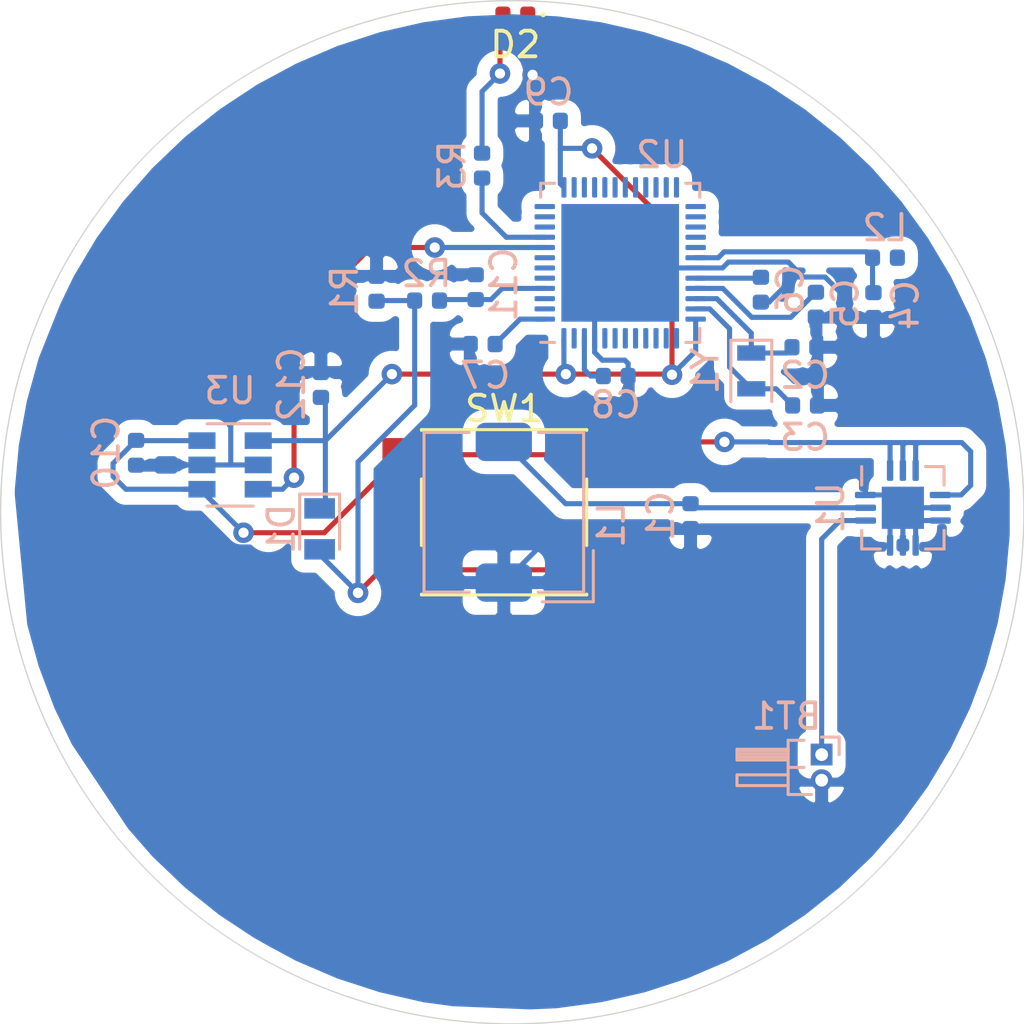
<source format=kicad_pcb>
(kicad_pcb (version 20171130) (host pcbnew 5.1.6)

  (general
    (thickness 1.6)
    (drawings 2)
    (tracks 192)
    (zones 0)
    (modules 25)
    (nets 52)
  )

  (page A4)
  (layers
    (0 F.Cu signal)
    (31 B.Cu signal hide)
    (32 B.Adhes user)
    (33 F.Adhes user)
    (34 B.Paste user hide)
    (35 F.Paste user)
    (36 B.SilkS user)
    (37 F.SilkS user)
    (38 B.Mask user hide)
    (39 F.Mask user)
    (40 Dwgs.User user hide)
    (41 Cmts.User user)
    (42 Eco1.User user)
    (43 Eco2.User user)
    (44 Edge.Cuts user)
    (45 Margin user)
    (46 B.CrtYd user)
    (47 F.CrtYd user)
    (48 B.Fab user hide)
    (49 F.Fab user hide)
  )

  (setup
    (last_trace_width 0.2)
    (user_trace_width 0.2)
    (trace_clearance 0.2)
    (zone_clearance 0.508)
    (zone_45_only no)
    (trace_min 0.2)
    (via_size 0.8)
    (via_drill 0.4)
    (via_min_size 0.4)
    (via_min_drill 0.3)
    (uvia_size 0.3)
    (uvia_drill 0.1)
    (uvias_allowed no)
    (uvia_min_size 0.2)
    (uvia_min_drill 0.1)
    (edge_width 0.05)
    (segment_width 0.2)
    (pcb_text_width 0.3)
    (pcb_text_size 1.5 1.5)
    (mod_edge_width 0.12)
    (mod_text_size 1 1)
    (mod_text_width 0.15)
    (pad_size 1.524 1.524)
    (pad_drill 0.762)
    (pad_to_mask_clearance 0.05)
    (aux_axis_origin 0 0)
    (visible_elements FFFFFF7F)
    (pcbplotparams
      (layerselection 0x010fc_ffffffff)
      (usegerberextensions false)
      (usegerberattributes true)
      (usegerberadvancedattributes true)
      (creategerberjobfile true)
      (excludeedgelayer true)
      (linewidth 0.100000)
      (plotframeref false)
      (viasonmask false)
      (mode 1)
      (useauxorigin false)
      (hpglpennumber 1)
      (hpglpenspeed 20)
      (hpglpendiameter 15.000000)
      (psnegative false)
      (psa4output false)
      (plotreference true)
      (plotvalue true)
      (plotinvisibletext false)
      (padsonsilk false)
      (subtractmaskfromsilk false)
      (outputformat 1)
      (mirror false)
      (drillshape 1)
      (scaleselection 1)
      (outputdirectory ""))
  )

  (net 0 "")
  (net 1 "Net-(BT1-Pad1)")
  (net 2 "Net-(C1-Pad1)")
  (net 3 GND)
  (net 4 "Net-(C2-Pad2)")
  (net 5 "Net-(C3-Pad2)")
  (net 6 "Net-(C4-Pad1)")
  (net 7 "Net-(C5-Pad1)")
  (net 8 "Net-(C6-Pad1)")
  (net 9 "Net-(C7-Pad1)")
  (net 10 "Net-(C8-Pad2)")
  (net 11 /RF)
  (net 12 "Net-(U2-Pad2)")
  (net 13 "Net-(U2-Pad3)")
  (net 14 "Net-(U2-Pad5)")
  (net 15 "Net-(U2-Pad6)")
  (net 16 "Net-(U2-Pad7)")
  (net 17 "Net-(U2-Pad10)")
  (net 18 "Net-(U2-Pad11)")
  (net 19 "Net-(U2-Pad12)")
  (net 20 "Net-(U2-Pad14)")
  (net 21 "Net-(U2-Pad15)")
  (net 22 "Net-(U2-Pad16)")
  (net 23 "Net-(U2-Pad17)")
  (net 24 "Net-(U2-Pad18)")
  (net 25 "Net-(U2-Pad19)")
  (net 26 "Net-(U2-Pad20)")
  (net 27 "Net-(U2-Pad21)")
  (net 28 "Net-(U2-Pad22)")
  (net 29 "Net-(U2-Pad23)")
  (net 30 "Net-(U2-Pad24)")
  (net 31 "Net-(U2-Pad25)")
  (net 32 "Net-(U2-Pad26)")
  (net 33 "Net-(U2-Pad27)")
  (net 34 "Net-(U2-Pad28)")
  (net 35 "Net-(U2-Pad29)")
  (net 36 "Net-(U2-Pad37)")
  (net 37 "Net-(U2-Pad38)")
  (net 38 "Net-(U2-Pad39)")
  (net 39 "Net-(U2-Pad40)")
  (net 40 "Net-(U2-Pad41)")
  (net 41 "Net-(U2-Pad42)")
  (net 42 "Net-(U2-Pad43)")
  (net 43 "Net-(U2-Pad44)")
  (net 44 "Net-(U2-Pad47)")
  (net 45 /V_SUP)
  (net 46 /V_LIPOL)
  (net 47 /MCU_BTN)
  (net 48 "Net-(D1-Pad2)")
  (net 49 /MCU_PWR)
  (net 50 "Net-(D2-Pad2)")
  (net 51 "Net-(R3-Pad2)")

  (net_class Default "This is the default net class."
    (clearance 0.2)
    (trace_width 0.25)
    (via_dia 0.8)
    (via_drill 0.4)
    (uvia_dia 0.3)
    (uvia_drill 0.1)
    (add_net /MCU_BTN)
    (add_net /MCU_PWR)
    (add_net /RF)
    (add_net /V_LIPOL)
    (add_net /V_SUP)
    (add_net GND)
    (add_net "Net-(BT1-Pad1)")
    (add_net "Net-(C1-Pad1)")
    (add_net "Net-(C2-Pad2)")
    (add_net "Net-(C3-Pad2)")
    (add_net "Net-(C4-Pad1)")
    (add_net "Net-(C5-Pad1)")
    (add_net "Net-(C6-Pad1)")
    (add_net "Net-(C7-Pad1)")
    (add_net "Net-(C8-Pad2)")
    (add_net "Net-(D1-Pad2)")
    (add_net "Net-(D2-Pad2)")
    (add_net "Net-(R3-Pad2)")
    (add_net "Net-(U2-Pad10)")
    (add_net "Net-(U2-Pad11)")
    (add_net "Net-(U2-Pad12)")
    (add_net "Net-(U2-Pad14)")
    (add_net "Net-(U2-Pad15)")
    (add_net "Net-(U2-Pad16)")
    (add_net "Net-(U2-Pad17)")
    (add_net "Net-(U2-Pad18)")
    (add_net "Net-(U2-Pad19)")
    (add_net "Net-(U2-Pad2)")
    (add_net "Net-(U2-Pad20)")
    (add_net "Net-(U2-Pad21)")
    (add_net "Net-(U2-Pad22)")
    (add_net "Net-(U2-Pad23)")
    (add_net "Net-(U2-Pad24)")
    (add_net "Net-(U2-Pad25)")
    (add_net "Net-(U2-Pad26)")
    (add_net "Net-(U2-Pad27)")
    (add_net "Net-(U2-Pad28)")
    (add_net "Net-(U2-Pad29)")
    (add_net "Net-(U2-Pad3)")
    (add_net "Net-(U2-Pad37)")
    (add_net "Net-(U2-Pad38)")
    (add_net "Net-(U2-Pad39)")
    (add_net "Net-(U2-Pad40)")
    (add_net "Net-(U2-Pad41)")
    (add_net "Net-(U2-Pad42)")
    (add_net "Net-(U2-Pad43)")
    (add_net "Net-(U2-Pad44)")
    (add_net "Net-(U2-Pad47)")
    (add_net "Net-(U2-Pad5)")
    (add_net "Net-(U2-Pad6)")
    (add_net "Net-(U2-Pad7)")
  )

  (module Button_Switch_SMD:SW_SPST_PTS645 (layer F.Cu) (tedit 5A02FC95) (tstamp 5EDD4B6B)
    (at 92.71 69.85)
    (descr "C&K Components SPST SMD PTS645 Series 6mm Tact Switch")
    (tags "SPST Button Switch")
    (path /5EDF73E6)
    (attr smd)
    (fp_text reference SW1 (at 0 -4.05) (layer F.SilkS)
      (effects (font (size 1 1) (thickness 0.15)))
    )
    (fp_text value Button (at 0 4.15) (layer F.Fab)
      (effects (font (size 1 1) (thickness 0.15)))
    )
    (fp_circle (center 0 0) (end 1.75 -0.05) (layer F.Fab) (width 0.1))
    (fp_line (start -3.23 3.23) (end 3.23 3.23) (layer F.SilkS) (width 0.12))
    (fp_line (start -3.23 -1.3) (end -3.23 1.3) (layer F.SilkS) (width 0.12))
    (fp_line (start -3.23 -3.23) (end 3.23 -3.23) (layer F.SilkS) (width 0.12))
    (fp_line (start 3.23 -1.3) (end 3.23 1.3) (layer F.SilkS) (width 0.12))
    (fp_line (start -3.23 -3.2) (end -3.23 -3.23) (layer F.SilkS) (width 0.12))
    (fp_line (start -3.23 3.23) (end -3.23 3.2) (layer F.SilkS) (width 0.12))
    (fp_line (start 3.23 3.23) (end 3.23 3.2) (layer F.SilkS) (width 0.12))
    (fp_line (start 3.23 -3.23) (end 3.23 -3.2) (layer F.SilkS) (width 0.12))
    (fp_line (start -5.05 -3.4) (end 5.05 -3.4) (layer F.CrtYd) (width 0.05))
    (fp_line (start -5.05 3.4) (end 5.05 3.4) (layer F.CrtYd) (width 0.05))
    (fp_line (start -5.05 -3.4) (end -5.05 3.4) (layer F.CrtYd) (width 0.05))
    (fp_line (start 5.05 3.4) (end 5.05 -3.4) (layer F.CrtYd) (width 0.05))
    (fp_line (start 3 -3) (end -3 -3) (layer F.Fab) (width 0.1))
    (fp_line (start 3 3) (end 3 -3) (layer F.Fab) (width 0.1))
    (fp_line (start -3 3) (end 3 3) (layer F.Fab) (width 0.1))
    (fp_line (start -3 -3) (end -3 3) (layer F.Fab) (width 0.1))
    (fp_text user %R (at 0 -4.05) (layer F.Fab)
      (effects (font (size 1 1) (thickness 0.15)))
    )
    (pad 2 smd rect (at -3.98 2.25) (size 1.55 1.3) (layers F.Cu F.Paste F.Mask)
      (net 48 "Net-(D1-Pad2)"))
    (pad 1 smd rect (at -3.98 -2.25) (size 1.55 1.3) (layers F.Cu F.Paste F.Mask)
      (net 46 /V_LIPOL))
    (pad 1 smd rect (at 3.98 -2.25) (size 1.55 1.3) (layers F.Cu F.Paste F.Mask)
      (net 46 /V_LIPOL))
    (pad 2 smd rect (at 3.98 2.25) (size 1.55 1.3) (layers F.Cu F.Paste F.Mask)
      (net 48 "Net-(D1-Pad2)"))
    (model ${KISYS3DMOD}/Button_Switch_SMD.3dshapes/SW_SPST_PTS645.wrl
      (at (xyz 0 0 0))
      (scale (xyz 1 1 1))
      (rotate (xyz 0 0 0))
    )
    (model ${KICAD_3D_EXTRA}/SW_SPST_PTS645.wrl
      (at (xyz 0 0 0))
      (scale (xyz 1 1 1))
      (rotate (xyz 0 0 0))
    )
  )

  (module Resistor_SMD:R_0402_1005Metric (layer B.Cu) (tedit 5B301BBD) (tstamp 5EDCC7B0)
    (at 91.85 56.3 270)
    (descr "Resistor SMD 0402 (1005 Metric), square (rectangular) end terminal, IPC_7351 nominal, (Body size source: http://www.tortai-tech.com/upload/download/2011102023233369053.pdf), generated with kicad-footprint-generator")
    (tags resistor)
    (path /5EECCD6D)
    (attr smd)
    (fp_text reference R3 (at 0 1.17 270) (layer B.SilkS)
      (effects (font (size 1 1) (thickness 0.15)) (justify mirror))
    )
    (fp_text value 220 (at 0 -1.17 270) (layer B.Fab)
      (effects (font (size 1 1) (thickness 0.15)) (justify mirror))
    )
    (fp_line (start 0.93 -0.47) (end -0.93 -0.47) (layer B.CrtYd) (width 0.05))
    (fp_line (start 0.93 0.47) (end 0.93 -0.47) (layer B.CrtYd) (width 0.05))
    (fp_line (start -0.93 0.47) (end 0.93 0.47) (layer B.CrtYd) (width 0.05))
    (fp_line (start -0.93 -0.47) (end -0.93 0.47) (layer B.CrtYd) (width 0.05))
    (fp_line (start 0.5 -0.25) (end -0.5 -0.25) (layer B.Fab) (width 0.1))
    (fp_line (start 0.5 0.25) (end 0.5 -0.25) (layer B.Fab) (width 0.1))
    (fp_line (start -0.5 0.25) (end 0.5 0.25) (layer B.Fab) (width 0.1))
    (fp_line (start -0.5 -0.25) (end -0.5 0.25) (layer B.Fab) (width 0.1))
    (fp_text user %R (at 0 0 270) (layer B.Fab)
      (effects (font (size 0.25 0.25) (thickness 0.04)) (justify mirror))
    )
    (pad 1 smd roundrect (at -0.485 0 270) (size 0.59 0.64) (layers B.Cu B.Paste B.Mask) (roundrect_rratio 0.25)
      (net 50 "Net-(D2-Pad2)"))
    (pad 2 smd roundrect (at 0.485 0 270) (size 0.59 0.64) (layers B.Cu B.Paste B.Mask) (roundrect_rratio 0.25)
      (net 51 "Net-(R3-Pad2)"))
    (model ${KISYS3DMOD}/Resistor_SMD.3dshapes/R_0402_1005Metric.wrl
      (at (xyz 0 0 0))
      (scale (xyz 1 1 1))
      (rotate (xyz 0 0 0))
    )
  )

  (module Crystal:Crystal_SMD_2012-2Pin_2.0x1.2mm (layer B.Cu) (tedit 5A0FD1B2) (tstamp 5EDC9FBA)
    (at 102.375 64.325 270)
    (descr "SMD Crystal 2012/2 http://txccrystal.com/images/pdf/9ht11.pdf, 2.0x1.2mm^2 package")
    (tags "SMD SMT crystal")
    (path /5EE36C8A)
    (attr smd)
    (fp_text reference Y1 (at 0 1.8 90) (layer B.SilkS)
      (effects (font (size 1 1) (thickness 0.15)) (justify mirror))
    )
    (fp_text value 32mHz (at 0 -1.8 90) (layer B.Fab)
      (effects (font (size 1 1) (thickness 0.15)) (justify mirror))
    )
    (fp_text user %R (at 0 0 90) (layer B.Fab)
      (effects (font (size 0.5 0.5) (thickness 0.075)) (justify mirror))
    )
    (fp_line (start -1 0.6) (end -1 -0.6) (layer B.Fab) (width 0.1))
    (fp_line (start -1 -0.6) (end 1 -0.6) (layer B.Fab) (width 0.1))
    (fp_line (start 1 -0.6) (end 1 0.6) (layer B.Fab) (width 0.1))
    (fp_line (start 1 0.6) (end -1 0.6) (layer B.Fab) (width 0.1))
    (fp_line (start -1 -0.1) (end -0.5 -0.6) (layer B.Fab) (width 0.1))
    (fp_line (start 1.2 0.8) (end -1.2 0.8) (layer B.SilkS) (width 0.12))
    (fp_line (start -1.2 0.8) (end -1.2 -0.8) (layer B.SilkS) (width 0.12))
    (fp_line (start -1.2 -0.8) (end 1.2 -0.8) (layer B.SilkS) (width 0.12))
    (fp_line (start -1.3 0.9) (end -1.3 -0.9) (layer B.CrtYd) (width 0.05))
    (fp_line (start -1.3 -0.9) (end 1.3 -0.9) (layer B.CrtYd) (width 0.05))
    (fp_line (start 1.3 -0.9) (end 1.3 0.9) (layer B.CrtYd) (width 0.05))
    (fp_line (start 1.3 0.9) (end -1.3 0.9) (layer B.CrtYd) (width 0.05))
    (fp_circle (center 0 0) (end 0.2 0) (layer B.Adhes) (width 0.1))
    (fp_circle (center 0 0) (end 0.166667 0) (layer B.Adhes) (width 0.066667))
    (fp_circle (center 0 0) (end 0.106667 0) (layer B.Adhes) (width 0.066667))
    (fp_circle (center 0 0) (end 0.046667 0) (layer B.Adhes) (width 0.093333))
    (pad 2 smd rect (at 0.7 0 270) (size 0.6 1.1) (layers B.Cu B.Paste B.Mask)
      (net 5 "Net-(C3-Pad2)"))
    (pad 1 smd rect (at -0.7 0 270) (size 0.6 1.1) (layers B.Cu B.Paste B.Mask)
      (net 4 "Net-(C2-Pad2)"))
    (model ${KISYS3DMOD}/Crystal.3dshapes/Crystal_SMD_2012-2Pin_2.0x1.2mm.wrl
      (at (xyz 0 0 0))
      (scale (xyz 1 1 1))
      (rotate (xyz 0 0 0))
    )
    (model ${KICAD_3D_EXTRA}/Crystal_SMD_MicroCrystal_CC8V-T1A-2Pin_2.0x1.2mm.wrl
      (at (xyz 0 0 0))
      (scale (xyz 1 1 1))
      (rotate (xyz 0 0 0))
    )
  )

  (module Connector_PinHeader_1.00mm:PinHeader_1x02_P1.00mm_Horizontal (layer B.Cu) (tedit 59FED737) (tstamp 5EDBF154)
    (at 105.125 79.325 180)
    (descr "Through hole angled pin header, 1x02, 1.00mm pitch, 2.0mm pin length, single row")
    (tags "Through hole angled pin header THT 1x02 1.00mm single row")
    (path /5EDCCF2E)
    (fp_text reference BT1 (at 1.375 1.5) (layer B.SilkS)
      (effects (font (size 1 1) (thickness 0.15)) (justify mirror))
    )
    (fp_text value +4.2V (at 1.375 -2.5) (layer B.Fab)
      (effects (font (size 1 1) (thickness 0.15)) (justify mirror))
    )
    (fp_line (start 0.5 0.5) (end 1.25 0.5) (layer B.Fab) (width 0.1))
    (fp_line (start 1.25 0.5) (end 1.25 -1.5) (layer B.Fab) (width 0.1))
    (fp_line (start 1.25 -1.5) (end 0.25 -1.5) (layer B.Fab) (width 0.1))
    (fp_line (start 0.25 -1.5) (end 0.25 0.25) (layer B.Fab) (width 0.1))
    (fp_line (start 0.25 0.25) (end 0.5 0.5) (layer B.Fab) (width 0.1))
    (fp_line (start -0.15 0.15) (end 0.25 0.15) (layer B.Fab) (width 0.1))
    (fp_line (start -0.15 0.15) (end -0.15 -0.15) (layer B.Fab) (width 0.1))
    (fp_line (start -0.15 -0.15) (end 0.25 -0.15) (layer B.Fab) (width 0.1))
    (fp_line (start 1.25 0.15) (end 3.25 0.15) (layer B.Fab) (width 0.1))
    (fp_line (start 3.25 0.15) (end 3.25 -0.15) (layer B.Fab) (width 0.1))
    (fp_line (start 1.25 -0.15) (end 3.25 -0.15) (layer B.Fab) (width 0.1))
    (fp_line (start -0.15 -0.85) (end 0.25 -0.85) (layer B.Fab) (width 0.1))
    (fp_line (start -0.15 -0.85) (end -0.15 -1.15) (layer B.Fab) (width 0.1))
    (fp_line (start -0.15 -1.15) (end 0.25 -1.15) (layer B.Fab) (width 0.1))
    (fp_line (start 1.25 -0.85) (end 3.25 -0.85) (layer B.Fab) (width 0.1))
    (fp_line (start 3.25 -0.85) (end 3.25 -1.15) (layer B.Fab) (width 0.1))
    (fp_line (start 1.25 -1.15) (end 3.25 -1.15) (layer B.Fab) (width 0.1))
    (fp_line (start 0.685 0.56) (end 1.31 0.56) (layer B.SilkS) (width 0.12))
    (fp_line (start 1.31 0.56) (end 1.31 -1.56) (layer B.SilkS) (width 0.12))
    (fp_line (start 1.31 -1.56) (end 0.394493 -1.56) (layer B.SilkS) (width 0.12))
    (fp_line (start 1.31 0.21) (end 3.31 0.21) (layer B.SilkS) (width 0.12))
    (fp_line (start 3.31 0.21) (end 3.31 -0.21) (layer B.SilkS) (width 0.12))
    (fp_line (start 3.31 -0.21) (end 1.31 -0.21) (layer B.SilkS) (width 0.12))
    (fp_line (start 1.31 0.15) (end 3.31 0.15) (layer B.SilkS) (width 0.12))
    (fp_line (start 1.31 0.03) (end 3.31 0.03) (layer B.SilkS) (width 0.12))
    (fp_line (start 1.31 -0.09) (end 3.31 -0.09) (layer B.SilkS) (width 0.12))
    (fp_line (start 0.685 -0.5) (end 1.31 -0.5) (layer B.SilkS) (width 0.12))
    (fp_line (start 1.31 -0.79) (end 3.31 -0.79) (layer B.SilkS) (width 0.12))
    (fp_line (start 3.31 -0.79) (end 3.31 -1.21) (layer B.SilkS) (width 0.12))
    (fp_line (start 3.31 -1.21) (end 1.31 -1.21) (layer B.SilkS) (width 0.12))
    (fp_line (start -0.685 0) (end -0.685 0.685) (layer B.SilkS) (width 0.12))
    (fp_line (start -0.685 0.685) (end 0 0.685) (layer B.SilkS) (width 0.12))
    (fp_line (start -1 1) (end -1 -2) (layer B.CrtYd) (width 0.05))
    (fp_line (start -1 -2) (end 3.75 -2) (layer B.CrtYd) (width 0.05))
    (fp_line (start 3.75 -2) (end 3.75 1) (layer B.CrtYd) (width 0.05))
    (fp_line (start 3.75 1) (end -1 1) (layer B.CrtYd) (width 0.05))
    (fp_text user %R (at 0.75 -0.5 270) (layer B.Fab)
      (effects (font (size 0.6 0.6) (thickness 0.09)) (justify mirror))
    )
    (pad 1 thru_hole rect (at 0 0 180) (size 0.85 0.85) (drill 0.5) (layers *.Cu *.Mask)
      (net 1 "Net-(BT1-Pad1)"))
    (pad 2 thru_hole oval (at 0 -1 180) (size 0.85 0.85) (drill 0.5) (layers *.Cu *.Mask)
      (net 3 GND))
    (model ${KISYS3DMOD}/Connector_PinHeader_1.00mm.3dshapes/PinHeader_1x02_P1.00mm_Horizontal.wrl
      (at (xyz 0 0 0))
      (scale (xyz 1 1 1))
      (rotate (xyz 0 0 0))
    )
  )

  (module Capacitor_SMD:C_0402_1005Metric (layer B.Cu) (tedit 5B301BBE) (tstamp 5EDBE618)
    (at 100 70 270)
    (descr "Capacitor SMD 0402 (1005 Metric), square (rectangular) end terminal, IPC_7351 nominal, (Body size source: http://www.tortai-tech.com/upload/download/2011102023233369053.pdf), generated with kicad-footprint-generator")
    (tags capacitor)
    (path /5EE940F1)
    (attr smd)
    (fp_text reference C1 (at 0 1.17 270) (layer B.SilkS)
      (effects (font (size 1 1) (thickness 0.15)) (justify mirror))
    )
    (fp_text value sm (at 0 -1.17 270) (layer B.Fab)
      (effects (font (size 1 1) (thickness 0.15)) (justify mirror))
    )
    (fp_line (start -0.5 -0.25) (end -0.5 0.25) (layer B.Fab) (width 0.1))
    (fp_line (start -0.5 0.25) (end 0.5 0.25) (layer B.Fab) (width 0.1))
    (fp_line (start 0.5 0.25) (end 0.5 -0.25) (layer B.Fab) (width 0.1))
    (fp_line (start 0.5 -0.25) (end -0.5 -0.25) (layer B.Fab) (width 0.1))
    (fp_line (start -0.93 -0.47) (end -0.93 0.47) (layer B.CrtYd) (width 0.05))
    (fp_line (start -0.93 0.47) (end 0.93 0.47) (layer B.CrtYd) (width 0.05))
    (fp_line (start 0.93 0.47) (end 0.93 -0.47) (layer B.CrtYd) (width 0.05))
    (fp_line (start 0.93 -0.47) (end -0.93 -0.47) (layer B.CrtYd) (width 0.05))
    (fp_text user %R (at 0 0 270) (layer B.Fab)
      (effects (font (size 0.25 0.25) (thickness 0.04)) (justify mirror))
    )
    (pad 1 smd roundrect (at -0.485 0 270) (size 0.59 0.64) (layers B.Cu B.Paste B.Mask) (roundrect_rratio 0.25)
      (net 2 "Net-(C1-Pad1)"))
    (pad 2 smd roundrect (at 0.485 0 270) (size 0.59 0.64) (layers B.Cu B.Paste B.Mask) (roundrect_rratio 0.25)
      (net 3 GND))
    (model ${KISYS3DMOD}/Capacitor_SMD.3dshapes/C_0402_1005Metric.wrl
      (at (xyz 0 0 0))
      (scale (xyz 1 1 1))
      (rotate (xyz 0 0 0))
    )
  )

  (module Capacitor_SMD:C_0402_1005Metric (layer B.Cu) (tedit 5B301BBE) (tstamp 5EDBE627)
    (at 104.45 63.4 180)
    (descr "Capacitor SMD 0402 (1005 Metric), square (rectangular) end terminal, IPC_7351 nominal, (Body size source: http://www.tortai-tech.com/upload/download/2011102023233369053.pdf), generated with kicad-footprint-generator")
    (tags capacitor)
    (path /5EE36C71)
    (attr smd)
    (fp_text reference C2 (at -0.025 -1.1) (layer B.SilkS)
      (effects (font (size 1 1) (thickness 0.15)) (justify mirror))
    )
    (fp_text value 12pF (at 0 -1.17) (layer B.Fab)
      (effects (font (size 1 1) (thickness 0.15)) (justify mirror))
    )
    (fp_line (start 0.93 -0.47) (end -0.93 -0.47) (layer B.CrtYd) (width 0.05))
    (fp_line (start 0.93 0.47) (end 0.93 -0.47) (layer B.CrtYd) (width 0.05))
    (fp_line (start -0.93 0.47) (end 0.93 0.47) (layer B.CrtYd) (width 0.05))
    (fp_line (start -0.93 -0.47) (end -0.93 0.47) (layer B.CrtYd) (width 0.05))
    (fp_line (start 0.5 -0.25) (end -0.5 -0.25) (layer B.Fab) (width 0.1))
    (fp_line (start 0.5 0.25) (end 0.5 -0.25) (layer B.Fab) (width 0.1))
    (fp_line (start -0.5 0.25) (end 0.5 0.25) (layer B.Fab) (width 0.1))
    (fp_line (start -0.5 -0.25) (end -0.5 0.25) (layer B.Fab) (width 0.1))
    (fp_text user %R (at 0 0) (layer B.Fab)
      (effects (font (size 0.25 0.25) (thickness 0.04)) (justify mirror))
    )
    (pad 2 smd roundrect (at 0.485 0 180) (size 0.59 0.64) (layers B.Cu B.Paste B.Mask) (roundrect_rratio 0.25)
      (net 4 "Net-(C2-Pad2)"))
    (pad 1 smd roundrect (at -0.485 0 180) (size 0.59 0.64) (layers B.Cu B.Paste B.Mask) (roundrect_rratio 0.25)
      (net 3 GND))
    (model ${KISYS3DMOD}/Capacitor_SMD.3dshapes/C_0402_1005Metric.wrl
      (at (xyz 0 0 0))
      (scale (xyz 1 1 1))
      (rotate (xyz 0 0 0))
    )
    (model ${KICAD_3D_EXTRA}/C_0402_1005Metric.wrl
      (at (xyz 0 0 0))
      (scale (xyz 1 1 1))
      (rotate (xyz 0 0 0))
    )
  )

  (module Capacitor_SMD:C_0402_1005Metric (layer B.Cu) (tedit 5B301BBE) (tstamp 5EDBE636)
    (at 104.475 65.675 180)
    (descr "Capacitor SMD 0402 (1005 Metric), square (rectangular) end terminal, IPC_7351 nominal, (Body size source: http://www.tortai-tech.com/upload/download/2011102023233369053.pdf), generated with kicad-footprint-generator")
    (tags capacitor)
    (path /5EE36C77)
    (attr smd)
    (fp_text reference C3 (at 0 -1.25) (layer B.SilkS)
      (effects (font (size 1 1) (thickness 0.15)) (justify mirror))
    )
    (fp_text value 12pF (at 0 -1.17) (layer B.Fab)
      (effects (font (size 1 1) (thickness 0.15)) (justify mirror))
    )
    (fp_line (start -0.5 -0.25) (end -0.5 0.25) (layer B.Fab) (width 0.1))
    (fp_line (start -0.5 0.25) (end 0.5 0.25) (layer B.Fab) (width 0.1))
    (fp_line (start 0.5 0.25) (end 0.5 -0.25) (layer B.Fab) (width 0.1))
    (fp_line (start 0.5 -0.25) (end -0.5 -0.25) (layer B.Fab) (width 0.1))
    (fp_line (start -0.93 -0.47) (end -0.93 0.47) (layer B.CrtYd) (width 0.05))
    (fp_line (start -0.93 0.47) (end 0.93 0.47) (layer B.CrtYd) (width 0.05))
    (fp_line (start 0.93 0.47) (end 0.93 -0.47) (layer B.CrtYd) (width 0.05))
    (fp_line (start 0.93 -0.47) (end -0.93 -0.47) (layer B.CrtYd) (width 0.05))
    (fp_text user %R (at 0 0.075001) (layer B.Fab)
      (effects (font (size 0.25 0.25) (thickness 0.04)) (justify mirror))
    )
    (pad 1 smd roundrect (at -0.485 0 180) (size 0.59 0.64) (layers B.Cu B.Paste B.Mask) (roundrect_rratio 0.25)
      (net 3 GND))
    (pad 2 smd roundrect (at 0.485 0 180) (size 0.59 0.64) (layers B.Cu B.Paste B.Mask) (roundrect_rratio 0.25)
      (net 5 "Net-(C3-Pad2)"))
    (model ${KISYS3DMOD}/Capacitor_SMD.3dshapes/C_0402_1005Metric.wrl
      (at (xyz 0 0 0))
      (scale (xyz 1 1 1))
      (rotate (xyz 0 0 0))
    )
    (model ${KICAD_3D_EXTRA}/C_0402_1005Metric.wrl
      (at (xyz 0 0 0))
      (scale (xyz 1 1 1))
      (rotate (xyz 0 0 0))
    )
  )

  (module Capacitor_SMD:C_0402_1005Metric (layer B.Cu) (tedit 5B301BBE) (tstamp 5EDBE645)
    (at 107.15 61.75 270)
    (descr "Capacitor SMD 0402 (1005 Metric), square (rectangular) end terminal, IPC_7351 nominal, (Body size source: http://www.tortai-tech.com/upload/download/2011102023233369053.pdf), generated with kicad-footprint-generator")
    (tags capacitor)
    (path /5EE0E458)
    (attr smd)
    (fp_text reference C4 (at 0 -1.25 90) (layer B.SilkS)
      (effects (font (size 1 1) (thickness 0.15)) (justify mirror))
    )
    (fp_text value 0.8pF (at 0 -1.17 90) (layer B.Fab)
      (effects (font (size 1 1) (thickness 0.15)) (justify mirror))
    )
    (fp_line (start 0.93 -0.47) (end -0.93 -0.47) (layer B.CrtYd) (width 0.05))
    (fp_line (start 0.93 0.47) (end 0.93 -0.47) (layer B.CrtYd) (width 0.05))
    (fp_line (start -0.93 0.47) (end 0.93 0.47) (layer B.CrtYd) (width 0.05))
    (fp_line (start -0.93 -0.47) (end -0.93 0.47) (layer B.CrtYd) (width 0.05))
    (fp_line (start 0.5 -0.25) (end -0.5 -0.25) (layer B.Fab) (width 0.1))
    (fp_line (start 0.5 0.25) (end 0.5 -0.25) (layer B.Fab) (width 0.1))
    (fp_line (start -0.5 0.25) (end 0.5 0.25) (layer B.Fab) (width 0.1))
    (fp_line (start -0.5 -0.25) (end -0.5 0.25) (layer B.Fab) (width 0.1))
    (fp_text user %R (at 0 0 90) (layer B.Fab)
      (effects (font (size 0.25 0.25) (thickness 0.04)) (justify mirror))
    )
    (pad 2 smd roundrect (at 0.485 0 270) (size 0.59 0.64) (layers B.Cu B.Paste B.Mask) (roundrect_rratio 0.25)
      (net 3 GND))
    (pad 1 smd roundrect (at -0.485 0 270) (size 0.59 0.64) (layers B.Cu B.Paste B.Mask) (roundrect_rratio 0.25)
      (net 6 "Net-(C4-Pad1)"))
    (model ${KISYS3DMOD}/Capacitor_SMD.3dshapes/C_0402_1005Metric.wrl
      (at (xyz 0 0 0))
      (scale (xyz 1 1 1))
      (rotate (xyz 0 0 0))
    )
    (model ${KICAD_3D_EXTRA}/C_0402_1005Metric.wrl
      (at (xyz 0 0 0))
      (scale (xyz 1 1 1))
      (rotate (xyz 0 0 0))
    )
  )

  (module Capacitor_SMD:C_0402_1005Metric (layer B.Cu) (tedit 5B301BBE) (tstamp 5EDBE654)
    (at 104.9 61.735 270)
    (descr "Capacitor SMD 0402 (1005 Metric), square (rectangular) end terminal, IPC_7351 nominal, (Body size source: http://www.tortai-tech.com/upload/download/2011102023233369053.pdf), generated with kicad-footprint-generator")
    (tags capacitor)
    (path /5EE1E35F)
    (attr smd)
    (fp_text reference C5 (at -0.05 -1.15 90) (layer B.SilkS)
      (effects (font (size 1 1) (thickness 0.15)) (justify mirror))
    )
    (fp_text value 100pF (at 0 -1.17 90) (layer B.Fab)
      (effects (font (size 1 1) (thickness 0.15)) (justify mirror))
    )
    (fp_line (start 0.93 -0.47) (end -0.93 -0.47) (layer B.CrtYd) (width 0.05))
    (fp_line (start 0.93 0.47) (end 0.93 -0.47) (layer B.CrtYd) (width 0.05))
    (fp_line (start -0.93 0.47) (end 0.93 0.47) (layer B.CrtYd) (width 0.05))
    (fp_line (start -0.93 -0.47) (end -0.93 0.47) (layer B.CrtYd) (width 0.05))
    (fp_line (start 0.5 -0.25) (end -0.5 -0.25) (layer B.Fab) (width 0.1))
    (fp_line (start 0.5 0.25) (end 0.5 -0.25) (layer B.Fab) (width 0.1))
    (fp_line (start -0.5 0.25) (end 0.5 0.25) (layer B.Fab) (width 0.1))
    (fp_line (start -0.5 -0.25) (end -0.5 0.25) (layer B.Fab) (width 0.1))
    (fp_text user %R (at 0 0 90) (layer B.Fab)
      (effects (font (size 0.25 0.25) (thickness 0.04)) (justify mirror))
    )
    (pad 2 smd roundrect (at 0.485 0 270) (size 0.59 0.64) (layers B.Cu B.Paste B.Mask) (roundrect_rratio 0.25)
      (net 3 GND))
    (pad 1 smd roundrect (at -0.485 0 270) (size 0.59 0.64) (layers B.Cu B.Paste B.Mask) (roundrect_rratio 0.25)
      (net 7 "Net-(C5-Pad1)"))
    (model ${KISYS3DMOD}/Capacitor_SMD.3dshapes/C_0402_1005Metric.wrl
      (at (xyz 0 0 0))
      (scale (xyz 1 1 1))
      (rotate (xyz 0 0 0))
    )
    (model ${KICAD_3D_EXTRA}/C_0402_1005Metric.wrl
      (at (xyz 0 0 0))
      (scale (xyz 1 1 1))
      (rotate (xyz 0 0 0))
    )
  )

  (module Capacitor_SMD:C_0402_1005Metric (layer B.Cu) (tedit 5B301BBE) (tstamp 5EDBE663)
    (at 102.75 61.15 270)
    (descr "Capacitor SMD 0402 (1005 Metric), square (rectangular) end terminal, IPC_7351 nominal, (Body size source: http://www.tortai-tech.com/upload/download/2011102023233369053.pdf), generated with kicad-footprint-generator")
    (tags capacitor)
    (path /5EE1C7C7)
    (attr smd)
    (fp_text reference C6 (at 0 -1.15 90) (layer B.SilkS)
      (effects (font (size 1 1) (thickness 0.15)) (justify mirror))
    )
    (fp_text value N.C. (at 0 -1.17 90) (layer B.Fab)
      (effects (font (size 1 1) (thickness 0.15)) (justify mirror))
    )
    (fp_line (start -0.5 -0.25) (end -0.5 0.25) (layer B.Fab) (width 0.1))
    (fp_line (start -0.5 0.25) (end 0.5 0.25) (layer B.Fab) (width 0.1))
    (fp_line (start 0.5 0.25) (end 0.5 -0.25) (layer B.Fab) (width 0.1))
    (fp_line (start 0.5 -0.25) (end -0.5 -0.25) (layer B.Fab) (width 0.1))
    (fp_line (start -0.93 -0.47) (end -0.93 0.47) (layer B.CrtYd) (width 0.05))
    (fp_line (start -0.93 0.47) (end 0.93 0.47) (layer B.CrtYd) (width 0.05))
    (fp_line (start 0.93 0.47) (end 0.93 -0.47) (layer B.CrtYd) (width 0.05))
    (fp_line (start 0.93 -0.47) (end -0.93 -0.47) (layer B.CrtYd) (width 0.05))
    (fp_text user %R (at 0 0 90) (layer B.Fab)
      (effects (font (size 0.25 0.25) (thickness 0.04)) (justify mirror))
    )
    (pad 1 smd roundrect (at -0.485 0 270) (size 0.59 0.64) (layers B.Cu B.Paste B.Mask) (roundrect_rratio 0.25)
      (net 8 "Net-(C6-Pad1)"))
    (pad 2 smd roundrect (at 0.485 0 270) (size 0.59 0.64) (layers B.Cu B.Paste B.Mask) (roundrect_rratio 0.25)
      (net 3 GND))
    (model ${KISYS3DMOD}/Capacitor_SMD.3dshapes/C_0402_1005Metric.wrl
      (at (xyz 0 0 0))
      (scale (xyz 1 1 1))
      (rotate (xyz 0 0 0))
    )
    (model ${KICAD_3D_EXTRA}/C_0402_1005Metric.wrl
      (at (xyz 0 0 0))
      (scale (xyz 1 1 1))
      (rotate (xyz 0 0 0))
    )
  )

  (module Capacitor_SMD:C_0402_1005Metric (layer B.Cu) (tedit 5B301BBE) (tstamp 5EDBE672)
    (at 91.875 63.275 180)
    (descr "Capacitor SMD 0402 (1005 Metric), square (rectangular) end terminal, IPC_7351 nominal, (Body size source: http://www.tortai-tech.com/upload/download/2011102023233369053.pdf), generated with kicad-footprint-generator")
    (tags capacitor)
    (path /5EDDD2B2)
    (attr smd)
    (fp_text reference C7 (at -0.1 -1.225 180) (layer B.SilkS)
      (effects (font (size 1 1) (thickness 0.15)) (justify mirror))
    )
    (fp_text value 100nF (at 0 -1.17 180) (layer B.Fab)
      (effects (font (size 1 1) (thickness 0.15)) (justify mirror))
    )
    (fp_line (start 0.93 -0.47) (end -0.93 -0.47) (layer B.CrtYd) (width 0.05))
    (fp_line (start 0.93 0.47) (end 0.93 -0.47) (layer B.CrtYd) (width 0.05))
    (fp_line (start -0.93 0.47) (end 0.93 0.47) (layer B.CrtYd) (width 0.05))
    (fp_line (start -0.93 -0.47) (end -0.93 0.47) (layer B.CrtYd) (width 0.05))
    (fp_line (start 0.5 -0.25) (end -0.5 -0.25) (layer B.Fab) (width 0.1))
    (fp_line (start 0.5 0.25) (end 0.5 -0.25) (layer B.Fab) (width 0.1))
    (fp_line (start -0.5 0.25) (end 0.5 0.25) (layer B.Fab) (width 0.1))
    (fp_line (start -0.5 -0.25) (end -0.5 0.25) (layer B.Fab) (width 0.1))
    (fp_text user %R (at 0 0 180) (layer B.Fab)
      (effects (font (size 0.25 0.25) (thickness 0.04)) (justify mirror))
    )
    (pad 2 smd roundrect (at 0.485 0 180) (size 0.59 0.64) (layers B.Cu B.Paste B.Mask) (roundrect_rratio 0.25)
      (net 3 GND))
    (pad 1 smd roundrect (at -0.485 0 180) (size 0.59 0.64) (layers B.Cu B.Paste B.Mask) (roundrect_rratio 0.25)
      (net 9 "Net-(C7-Pad1)"))
    (model ${KISYS3DMOD}/Capacitor_SMD.3dshapes/C_0402_1005Metric.wrl
      (at (xyz 0 0 0))
      (scale (xyz 1 1 1))
      (rotate (xyz 0 0 0))
    )
    (model ${KICAD_3D_EXTRA}/C_0402_1005Metric.wrl
      (at (xyz 0 0 0))
      (scale (xyz 1 1 1))
      (rotate (xyz 0 0 0))
    )
  )

  (module Capacitor_SMD:C_0402_1005Metric (layer B.Cu) (tedit 5B301BBE) (tstamp 5EDBE681)
    (at 97.075 64.525 180)
    (descr "Capacitor SMD 0402 (1005 Metric), square (rectangular) end terminal, IPC_7351 nominal, (Body size source: http://www.tortai-tech.com/upload/download/2011102023233369053.pdf), generated with kicad-footprint-generator")
    (tags capacitor)
    (path /5EE5B8DE)
    (attr smd)
    (fp_text reference C8 (at 0 -1.125) (layer B.SilkS)
      (effects (font (size 1 1) (thickness 0.15)) (justify mirror))
    )
    (fp_text value 1.0μF (at 0 -1.17) (layer B.Fab)
      (effects (font (size 1 1) (thickness 0.15)) (justify mirror))
    )
    (fp_line (start -0.5 -0.25) (end -0.5 0.25) (layer B.Fab) (width 0.1))
    (fp_line (start -0.5 0.25) (end 0.5 0.25) (layer B.Fab) (width 0.1))
    (fp_line (start 0.5 0.25) (end 0.5 -0.25) (layer B.Fab) (width 0.1))
    (fp_line (start 0.5 -0.25) (end -0.5 -0.25) (layer B.Fab) (width 0.1))
    (fp_line (start -0.93 -0.47) (end -0.93 0.47) (layer B.CrtYd) (width 0.05))
    (fp_line (start -0.93 0.47) (end 0.93 0.47) (layer B.CrtYd) (width 0.05))
    (fp_line (start 0.93 0.47) (end 0.93 -0.47) (layer B.CrtYd) (width 0.05))
    (fp_line (start 0.93 -0.47) (end -0.93 -0.47) (layer B.CrtYd) (width 0.05))
    (fp_text user %R (at 0 0) (layer B.Fab)
      (effects (font (size 0.25 0.25) (thickness 0.04)) (justify mirror))
    )
    (pad 1 smd roundrect (at -0.485 0 180) (size 0.59 0.64) (layers B.Cu B.Paste B.Mask) (roundrect_rratio 0.25)
      (net 3 GND))
    (pad 2 smd roundrect (at 0.485 0 180) (size 0.59 0.64) (layers B.Cu B.Paste B.Mask) (roundrect_rratio 0.25)
      (net 10 "Net-(C8-Pad2)"))
    (model ${KISYS3DMOD}/Capacitor_SMD.3dshapes/C_0402_1005Metric.wrl
      (at (xyz 0 0 0))
      (scale (xyz 1 1 1))
      (rotate (xyz 0 0 0))
    )
    (model ${KICAD_3D_EXTRA}/C_0402_1005Metric.wrl
      (at (xyz 0 0 0))
      (scale (xyz 1 1 1))
      (rotate (xyz 0 0 0))
    )
  )

  (module Capacitor_SMD:C_0402_1005Metric (layer B.Cu) (tedit 5B301BBE) (tstamp 5EDBE690)
    (at 94.425 54.55)
    (descr "Capacitor SMD 0402 (1005 Metric), square (rectangular) end terminal, IPC_7351 nominal, (Body size source: http://www.tortai-tech.com/upload/download/2011102023233369053.pdf), generated with kicad-footprint-generator")
    (tags capacitor)
    (path /5EDF5D8F)
    (attr smd)
    (fp_text reference C9 (at 0.025 -1.125 180) (layer B.SilkS)
      (effects (font (size 1 1) (thickness 0.15)) (justify mirror))
    )
    (fp_text value 100nF (at 0 -1.17 180) (layer B.Fab)
      (effects (font (size 1 1) (thickness 0.15)) (justify mirror))
    )
    (fp_line (start -0.5 -0.25) (end -0.5 0.25) (layer B.Fab) (width 0.1))
    (fp_line (start -0.5 0.25) (end 0.5 0.25) (layer B.Fab) (width 0.1))
    (fp_line (start 0.5 0.25) (end 0.5 -0.25) (layer B.Fab) (width 0.1))
    (fp_line (start 0.5 -0.25) (end -0.5 -0.25) (layer B.Fab) (width 0.1))
    (fp_line (start -0.93 -0.47) (end -0.93 0.47) (layer B.CrtYd) (width 0.05))
    (fp_line (start -0.93 0.47) (end 0.93 0.47) (layer B.CrtYd) (width 0.05))
    (fp_line (start 0.93 0.47) (end 0.93 -0.47) (layer B.CrtYd) (width 0.05))
    (fp_line (start 0.93 -0.47) (end -0.93 -0.47) (layer B.CrtYd) (width 0.05))
    (fp_text user %R (at 0 0 180) (layer B.Fab)
      (effects (font (size 0.25 0.25) (thickness 0.04)) (justify mirror))
    )
    (pad 1 smd roundrect (at -0.485 0) (size 0.59 0.64) (layers B.Cu B.Paste B.Mask) (roundrect_rratio 0.25)
      (net 3 GND))
    (pad 2 smd roundrect (at 0.485 0) (size 0.59 0.64) (layers B.Cu B.Paste B.Mask) (roundrect_rratio 0.25)
      (net 45 /V_SUP))
    (model ${KISYS3DMOD}/Capacitor_SMD.3dshapes/C_0402_1005Metric.wrl
      (at (xyz 0 0 0))
      (scale (xyz 1 1 1))
      (rotate (xyz 0 0 0))
    )
    (model ${KICAD_3D_EXTRA}/C_0402_1005Metric.wrl
      (at (xyz 0 0 0))
      (scale (xyz 1 1 1))
      (rotate (xyz 0 0 0))
    )
  )

  (module Inductor_SMD:L_0402_1005Metric (layer B.Cu) (tedit 5B301BBE) (tstamp 5EDBE6AE)
    (at 107.6 59.9 180)
    (descr "Inductor SMD 0402 (1005 Metric), square (rectangular) end terminal, IPC_7351 nominal, (Body size source: http://www.tortai-tech.com/upload/download/2011102023233369053.pdf), generated with kicad-footprint-generator")
    (tags inductor)
    (path /5EE09D8A)
    (attr smd)
    (fp_text reference L2 (at 0 1.17) (layer B.SilkS)
      (effects (font (size 1 1) (thickness 0.15)) (justify mirror))
    )
    (fp_text value 3.9nH (at 0 -1.17) (layer B.Fab)
      (effects (font (size 1 1) (thickness 0.15)) (justify mirror))
    )
    (fp_line (start 0.93 -0.47) (end -0.93 -0.47) (layer B.CrtYd) (width 0.05))
    (fp_line (start 0.93 0.47) (end 0.93 -0.47) (layer B.CrtYd) (width 0.05))
    (fp_line (start -0.93 0.47) (end 0.93 0.47) (layer B.CrtYd) (width 0.05))
    (fp_line (start -0.93 -0.47) (end -0.93 0.47) (layer B.CrtYd) (width 0.05))
    (fp_line (start 0.5 -0.25) (end -0.5 -0.25) (layer B.Fab) (width 0.1))
    (fp_line (start 0.5 0.25) (end 0.5 -0.25) (layer B.Fab) (width 0.1))
    (fp_line (start -0.5 0.25) (end 0.5 0.25) (layer B.Fab) (width 0.1))
    (fp_line (start -0.5 -0.25) (end -0.5 0.25) (layer B.Fab) (width 0.1))
    (fp_text user %R (at 0 0) (layer B.Fab)
      (effects (font (size 0.25 0.25) (thickness 0.04)) (justify mirror))
    )
    (pad 2 smd roundrect (at 0.485 0 180) (size 0.59 0.64) (layers B.Cu B.Paste B.Mask) (roundrect_rratio 0.25)
      (net 6 "Net-(C4-Pad1)"))
    (pad 1 smd roundrect (at -0.485 0 180) (size 0.59 0.64) (layers B.Cu B.Paste B.Mask) (roundrect_rratio 0.25)
      (net 11 /RF))
    (model ${KISYS3DMOD}/Inductor_SMD.3dshapes/L_0402_1005Metric.wrl
      (at (xyz 0 0 0))
      (scale (xyz 1 1 1))
      (rotate (xyz 0 0 0))
    )
    (model ${KICAD_3D_EXTRA}/L_0402_1005Metric.wrl
      (at (xyz 0 0 0))
      (scale (xyz 1 1 1))
      (rotate (xyz 0 0 0))
    )
  )

  (module Package_DFN_QFN:QFN-12-1EP_3x3mm_P0.5mm_EP1.65x1.65mm (layer B.Cu) (tedit 5DC5F6A3) (tstamp 5EDBE6D4)
    (at 108.3 69.675 270)
    (descr "QFN, 12 Pin (http://www.analog.com/media/en/package-pcb-resources/package/pkg_pdf/ltc-legacy-qfn/QFN_12_%2005-08-1855.pdf), generated with kicad-footprint-generator ipc_noLead_generator.py")
    (tags "QFN NoLead")
    (path /5EE74933)
    (attr smd)
    (fp_text reference U1 (at 0 2.82 270) (layer B.SilkS)
      (effects (font (size 1 1) (thickness 0.15)) (justify mirror))
    )
    (fp_text value LTC4124 (at 0 -2.82 270) (layer B.Fab)
      (effects (font (size 1 1) (thickness 0.15)) (justify mirror))
    )
    (fp_line (start 0.885 1.61) (end 1.61 1.61) (layer B.SilkS) (width 0.12))
    (fp_line (start 1.61 1.61) (end 1.61 0.885) (layer B.SilkS) (width 0.12))
    (fp_line (start -0.885 -1.61) (end -1.61 -1.61) (layer B.SilkS) (width 0.12))
    (fp_line (start -1.61 -1.61) (end -1.61 -0.885) (layer B.SilkS) (width 0.12))
    (fp_line (start 0.885 -1.61) (end 1.61 -1.61) (layer B.SilkS) (width 0.12))
    (fp_line (start 1.61 -1.61) (end 1.61 -0.885) (layer B.SilkS) (width 0.12))
    (fp_line (start -0.885 1.61) (end -1.61 1.61) (layer B.SilkS) (width 0.12))
    (fp_line (start -0.75 1.5) (end 1.5 1.5) (layer B.Fab) (width 0.1))
    (fp_line (start 1.5 1.5) (end 1.5 -1.5) (layer B.Fab) (width 0.1))
    (fp_line (start 1.5 -1.5) (end -1.5 -1.5) (layer B.Fab) (width 0.1))
    (fp_line (start -1.5 -1.5) (end -1.5 0.75) (layer B.Fab) (width 0.1))
    (fp_line (start -1.5 0.75) (end -0.75 1.5) (layer B.Fab) (width 0.1))
    (fp_line (start -2.12 2.12) (end -2.12 -2.12) (layer B.CrtYd) (width 0.05))
    (fp_line (start -2.12 -2.12) (end 2.12 -2.12) (layer B.CrtYd) (width 0.05))
    (fp_line (start 2.12 -2.12) (end 2.12 2.12) (layer B.CrtYd) (width 0.05))
    (fp_line (start 2.12 2.12) (end -2.12 2.12) (layer B.CrtYd) (width 0.05))
    (fp_text user %R (at 0 0 270) (layer B.Fab)
      (effects (font (size 0.75 0.75) (thickness 0.11)) (justify mirror))
    )
    (pad 1 smd roundrect (at -1.4625 0.5 270) (size 0.825 0.25) (layers B.Cu B.Paste B.Mask) (roundrect_rratio 0.25)
      (net 46 /V_LIPOL))
    (pad 2 smd roundrect (at -1.4625 0 270) (size 0.825 0.25) (layers B.Cu B.Paste B.Mask) (roundrect_rratio 0.25)
      (net 46 /V_LIPOL))
    (pad 3 smd roundrect (at -1.4625 -0.5 270) (size 0.825 0.25) (layers B.Cu B.Paste B.Mask) (roundrect_rratio 0.25)
      (net 46 /V_LIPOL))
    (pad 4 smd roundrect (at -0.5 -1.4625 270) (size 0.25 0.825) (layers B.Cu B.Paste B.Mask) (roundrect_rratio 0.25)
      (net 46 /V_LIPOL))
    (pad 5 smd roundrect (at 0 -1.4625 270) (size 0.25 0.825) (layers B.Cu B.Paste B.Mask) (roundrect_rratio 0.25)
      (net 3 GND))
    (pad 6 smd roundrect (at 0.5 -1.4625 270) (size 0.25 0.825) (layers B.Cu B.Paste B.Mask) (roundrect_rratio 0.25)
      (net 3 GND))
    (pad 7 smd roundrect (at 1.4625 -0.5 270) (size 0.825 0.25) (layers B.Cu B.Paste B.Mask) (roundrect_rratio 0.25)
      (net 3 GND))
    (pad 8 smd roundrect (at 1.4625 0 270) (size 0.825 0.25) (layers B.Cu B.Paste B.Mask) (roundrect_rratio 0.25)
      (net 3 GND))
    (pad 9 smd roundrect (at 1.4625 0.5 270) (size 0.825 0.25) (layers B.Cu B.Paste B.Mask) (roundrect_rratio 0.25)
      (net 3 GND))
    (pad 10 smd roundrect (at 0.5 1.4625 270) (size 0.25 0.825) (layers B.Cu B.Paste B.Mask) (roundrect_rratio 0.25)
      (net 1 "Net-(BT1-Pad1)"))
    (pad 11 smd roundrect (at 0 1.4625 270) (size 0.25 0.825) (layers B.Cu B.Paste B.Mask) (roundrect_rratio 0.25)
      (net 2 "Net-(C1-Pad1)"))
    (pad 12 smd roundrect (at -0.5 1.4625 270) (size 0.25 0.825) (layers B.Cu B.Paste B.Mask) (roundrect_rratio 0.25)
      (net 3 GND))
    (pad 13 smd rect (at 0 0 270) (size 1.65 1.65) (layers B.Cu B.Mask)
      (net 3 GND))
    (pad "" smd roundrect (at -0.41 0.41 270) (size 0.67 0.67) (layers B.Paste) (roundrect_rratio 0.25))
    (pad "" smd roundrect (at -0.41 -0.41 270) (size 0.67 0.67) (layers B.Paste) (roundrect_rratio 0.25))
    (pad "" smd roundrect (at 0.41 0.41 270) (size 0.67 0.67) (layers B.Paste) (roundrect_rratio 0.25))
    (pad "" smd roundrect (at 0.41 -0.41 270) (size 0.67 0.67) (layers B.Paste) (roundrect_rratio 0.25))
    (model ${KISYS3DMOD}/Package_DFN_QFN.3dshapes/QFN-12-1EP_3x3mm_P0.5mm_EP1.65x1.65mm.wrl
      (at (xyz 0 0 0))
      (scale (xyz 1 1 1))
      (rotate (xyz 0 0 0))
    )
    (model ${KICAD_3D_EXTRA}/QFN-12-1EP_3x3mm_P0.5mm_EP1.65x1.65mm.wrl
      (at (xyz 0 0 0))
      (scale (xyz 1 1 1))
      (rotate (xyz 0 0 0))
    )
  )

  (module Package_DFN_QFN:QFN-48-1EP_6x6mm_P0.4mm_EP4.6x4.6mm (layer B.Cu) (tedit 5DC5F6A5) (tstamp 5EDBE723)
    (at 97.25 60.1)
    (descr "QFN, 48 Pin (http://infocenter.nordicsemi.com/pdf/nRF51822_PS_v3.3.pdf#page=67), generated with kicad-footprint-generator ipc_noLead_generator.py")
    (tags "QFN NoLead")
    (path /5EDD8BEA)
    (attr smd)
    (fp_text reference U2 (at 1.625 -4.225) (layer B.SilkS)
      (effects (font (size 1 1) (thickness 0.15)) (justify mirror))
    )
    (fp_text value nRF52832-QFxx (at 0 -4.3) (layer B.Fab)
      (effects (font (size 1 1) (thickness 0.15)) (justify mirror))
    )
    (fp_text user %R (at 0 0) (layer B.Fab)
      (effects (font (size 1 1) (thickness 0.15)) (justify mirror))
    )
    (fp_line (start 3.6 3.6) (end -3.6 3.6) (layer B.CrtYd) (width 0.05))
    (fp_line (start 3.6 -3.6) (end 3.6 3.6) (layer B.CrtYd) (width 0.05))
    (fp_line (start -3.6 -3.6) (end 3.6 -3.6) (layer B.CrtYd) (width 0.05))
    (fp_line (start -3.6 3.6) (end -3.6 -3.6) (layer B.CrtYd) (width 0.05))
    (fp_line (start -3 2) (end -2 3) (layer B.Fab) (width 0.1))
    (fp_line (start -3 -3) (end -3 2) (layer B.Fab) (width 0.1))
    (fp_line (start 3 -3) (end -3 -3) (layer B.Fab) (width 0.1))
    (fp_line (start 3 3) (end 3 -3) (layer B.Fab) (width 0.1))
    (fp_line (start -2 3) (end 3 3) (layer B.Fab) (width 0.1))
    (fp_line (start -2.56 3.11) (end -3.11 3.11) (layer B.SilkS) (width 0.12))
    (fp_line (start 3.11 -3.11) (end 3.11 -2.56) (layer B.SilkS) (width 0.12))
    (fp_line (start 2.56 -3.11) (end 3.11 -3.11) (layer B.SilkS) (width 0.12))
    (fp_line (start -3.11 -3.11) (end -3.11 -2.56) (layer B.SilkS) (width 0.12))
    (fp_line (start -2.56 -3.11) (end -3.11 -3.11) (layer B.SilkS) (width 0.12))
    (fp_line (start 3.11 3.11) (end 3.11 2.56) (layer B.SilkS) (width 0.12))
    (fp_line (start 2.56 3.11) (end 3.11 3.11) (layer B.SilkS) (width 0.12))
    (pad "" smd roundrect (at 1.53 -1.53) (size 1.24 1.24) (layers B.Paste) (roundrect_rratio 0.201613))
    (pad "" smd roundrect (at 1.53 0) (size 1.24 1.24) (layers B.Paste) (roundrect_rratio 0.201613))
    (pad "" smd roundrect (at 1.53 1.53) (size 1.24 1.24) (layers B.Paste) (roundrect_rratio 0.201613))
    (pad "" smd roundrect (at 0 -1.53) (size 1.24 1.24) (layers B.Paste) (roundrect_rratio 0.201613))
    (pad "" smd roundrect (at 0 0) (size 1.24 1.24) (layers B.Paste) (roundrect_rratio 0.201613))
    (pad "" smd roundrect (at 0 1.53) (size 1.24 1.24) (layers B.Paste) (roundrect_rratio 0.201613))
    (pad "" smd roundrect (at -1.53 -1.53) (size 1.24 1.24) (layers B.Paste) (roundrect_rratio 0.201613))
    (pad "" smd roundrect (at -1.53 0) (size 1.24 1.24) (layers B.Paste) (roundrect_rratio 0.201613))
    (pad "" smd roundrect (at -1.53 1.53) (size 1.24 1.24) (layers B.Paste) (roundrect_rratio 0.201613))
    (pad 49 smd rect (at 0 0) (size 4.6 4.6) (layers B.Cu B.Mask)
      (net 3 GND))
    (pad 48 smd roundrect (at -2.2 2.95) (size 0.2 0.8) (layers B.Cu B.Paste B.Mask) (roundrect_rratio 0.25)
      (net 45 /V_SUP))
    (pad 47 smd roundrect (at -1.8 2.95) (size 0.2 0.8) (layers B.Cu B.Paste B.Mask) (roundrect_rratio 0.25)
      (net 44 "Net-(U2-Pad47)"))
    (pad 46 smd roundrect (at -1.4 2.95) (size 0.2 0.8) (layers B.Cu B.Paste B.Mask) (roundrect_rratio 0.25)
      (net 10 "Net-(C8-Pad2)"))
    (pad 45 smd roundrect (at -1 2.95) (size 0.2 0.8) (layers B.Cu B.Paste B.Mask) (roundrect_rratio 0.25)
      (net 3 GND))
    (pad 44 smd roundrect (at -0.6 2.95) (size 0.2 0.8) (layers B.Cu B.Paste B.Mask) (roundrect_rratio 0.25)
      (net 43 "Net-(U2-Pad44)"))
    (pad 43 smd roundrect (at -0.2 2.95) (size 0.2 0.8) (layers B.Cu B.Paste B.Mask) (roundrect_rratio 0.25)
      (net 42 "Net-(U2-Pad43)"))
    (pad 42 smd roundrect (at 0.2 2.95) (size 0.2 0.8) (layers B.Cu B.Paste B.Mask) (roundrect_rratio 0.25)
      (net 41 "Net-(U2-Pad42)"))
    (pad 41 smd roundrect (at 0.6 2.95) (size 0.2 0.8) (layers B.Cu B.Paste B.Mask) (roundrect_rratio 0.25)
      (net 40 "Net-(U2-Pad41)"))
    (pad 40 smd roundrect (at 1 2.95) (size 0.2 0.8) (layers B.Cu B.Paste B.Mask) (roundrect_rratio 0.25)
      (net 39 "Net-(U2-Pad40)"))
    (pad 39 smd roundrect (at 1.4 2.95) (size 0.2 0.8) (layers B.Cu B.Paste B.Mask) (roundrect_rratio 0.25)
      (net 38 "Net-(U2-Pad39)"))
    (pad 38 smd roundrect (at 1.8 2.95) (size 0.2 0.8) (layers B.Cu B.Paste B.Mask) (roundrect_rratio 0.25)
      (net 37 "Net-(U2-Pad38)"))
    (pad 37 smd roundrect (at 2.2 2.95) (size 0.2 0.8) (layers B.Cu B.Paste B.Mask) (roundrect_rratio 0.25)
      (net 36 "Net-(U2-Pad37)"))
    (pad 36 smd roundrect (at 2.95 2.2) (size 0.8 0.2) (layers B.Cu B.Paste B.Mask) (roundrect_rratio 0.25)
      (net 45 /V_SUP))
    (pad 35 smd roundrect (at 2.95 1.8) (size 0.8 0.2) (layers B.Cu B.Paste B.Mask) (roundrect_rratio 0.25)
      (net 5 "Net-(C3-Pad2)"))
    (pad 34 smd roundrect (at 2.95 1.4) (size 0.8 0.2) (layers B.Cu B.Paste B.Mask) (roundrect_rratio 0.25)
      (net 4 "Net-(C2-Pad2)"))
    (pad 33 smd roundrect (at 2.95 1) (size 0.8 0.2) (layers B.Cu B.Paste B.Mask) (roundrect_rratio 0.25)
      (net 7 "Net-(C5-Pad1)"))
    (pad 32 smd roundrect (at 2.95 0.6) (size 0.8 0.2) (layers B.Cu B.Paste B.Mask) (roundrect_rratio 0.25)
      (net 8 "Net-(C6-Pad1)"))
    (pad 31 smd roundrect (at 2.95 0.2) (size 0.8 0.2) (layers B.Cu B.Paste B.Mask) (roundrect_rratio 0.25)
      (net 3 GND))
    (pad 30 smd roundrect (at 2.95 -0.2) (size 0.8 0.2) (layers B.Cu B.Paste B.Mask) (roundrect_rratio 0.25)
      (net 6 "Net-(C4-Pad1)"))
    (pad 29 smd roundrect (at 2.95 -0.6) (size 0.8 0.2) (layers B.Cu B.Paste B.Mask) (roundrect_rratio 0.25)
      (net 35 "Net-(U2-Pad29)"))
    (pad 28 smd roundrect (at 2.95 -1) (size 0.8 0.2) (layers B.Cu B.Paste B.Mask) (roundrect_rratio 0.25)
      (net 34 "Net-(U2-Pad28)"))
    (pad 27 smd roundrect (at 2.95 -1.4) (size 0.8 0.2) (layers B.Cu B.Paste B.Mask) (roundrect_rratio 0.25)
      (net 33 "Net-(U2-Pad27)"))
    (pad 26 smd roundrect (at 2.95 -1.8) (size 0.8 0.2) (layers B.Cu B.Paste B.Mask) (roundrect_rratio 0.25)
      (net 32 "Net-(U2-Pad26)"))
    (pad 25 smd roundrect (at 2.95 -2.2) (size 0.8 0.2) (layers B.Cu B.Paste B.Mask) (roundrect_rratio 0.25)
      (net 31 "Net-(U2-Pad25)"))
    (pad 24 smd roundrect (at 2.2 -2.95) (size 0.2 0.8) (layers B.Cu B.Paste B.Mask) (roundrect_rratio 0.25)
      (net 30 "Net-(U2-Pad24)"))
    (pad 23 smd roundrect (at 1.8 -2.95) (size 0.2 0.8) (layers B.Cu B.Paste B.Mask) (roundrect_rratio 0.25)
      (net 29 "Net-(U2-Pad23)"))
    (pad 22 smd roundrect (at 1.4 -2.95) (size 0.2 0.8) (layers B.Cu B.Paste B.Mask) (roundrect_rratio 0.25)
      (net 28 "Net-(U2-Pad22)"))
    (pad 21 smd roundrect (at 1 -2.95) (size 0.2 0.8) (layers B.Cu B.Paste B.Mask) (roundrect_rratio 0.25)
      (net 27 "Net-(U2-Pad21)"))
    (pad 20 smd roundrect (at 0.6 -2.95) (size 0.2 0.8) (layers B.Cu B.Paste B.Mask) (roundrect_rratio 0.25)
      (net 26 "Net-(U2-Pad20)"))
    (pad 19 smd roundrect (at 0.2 -2.95) (size 0.2 0.8) (layers B.Cu B.Paste B.Mask) (roundrect_rratio 0.25)
      (net 25 "Net-(U2-Pad19)"))
    (pad 18 smd roundrect (at -0.2 -2.95) (size 0.2 0.8) (layers B.Cu B.Paste B.Mask) (roundrect_rratio 0.25)
      (net 24 "Net-(U2-Pad18)"))
    (pad 17 smd roundrect (at -0.6 -2.95) (size 0.2 0.8) (layers B.Cu B.Paste B.Mask) (roundrect_rratio 0.25)
      (net 23 "Net-(U2-Pad17)"))
    (pad 16 smd roundrect (at -1 -2.95) (size 0.2 0.8) (layers B.Cu B.Paste B.Mask) (roundrect_rratio 0.25)
      (net 22 "Net-(U2-Pad16)"))
    (pad 15 smd roundrect (at -1.4 -2.95) (size 0.2 0.8) (layers B.Cu B.Paste B.Mask) (roundrect_rratio 0.25)
      (net 21 "Net-(U2-Pad15)"))
    (pad 14 smd roundrect (at -1.8 -2.95) (size 0.2 0.8) (layers B.Cu B.Paste B.Mask) (roundrect_rratio 0.25)
      (net 20 "Net-(U2-Pad14)"))
    (pad 13 smd roundrect (at -2.2 -2.95) (size 0.2 0.8) (layers B.Cu B.Paste B.Mask) (roundrect_rratio 0.25)
      (net 45 /V_SUP))
    (pad 12 smd roundrect (at -2.95 -2.2) (size 0.8 0.2) (layers B.Cu B.Paste B.Mask) (roundrect_rratio 0.25)
      (net 19 "Net-(U2-Pad12)"))
    (pad 11 smd roundrect (at -2.95 -1.8) (size 0.8 0.2) (layers B.Cu B.Paste B.Mask) (roundrect_rratio 0.25)
      (net 18 "Net-(U2-Pad11)"))
    (pad 10 smd roundrect (at -2.95 -1.4) (size 0.8 0.2) (layers B.Cu B.Paste B.Mask) (roundrect_rratio 0.25)
      (net 17 "Net-(U2-Pad10)"))
    (pad 9 smd roundrect (at -2.95 -1) (size 0.8 0.2) (layers B.Cu B.Paste B.Mask) (roundrect_rratio 0.25)
      (net 51 "Net-(R3-Pad2)"))
    (pad 8 smd roundrect (at -2.95 -0.6) (size 0.8 0.2) (layers B.Cu B.Paste B.Mask) (roundrect_rratio 0.25)
      (net 49 /MCU_PWR))
    (pad 7 smd roundrect (at -2.95 -0.2) (size 0.8 0.2) (layers B.Cu B.Paste B.Mask) (roundrect_rratio 0.25)
      (net 16 "Net-(U2-Pad7)"))
    (pad 6 smd roundrect (at -2.95 0.2) (size 0.8 0.2) (layers B.Cu B.Paste B.Mask) (roundrect_rratio 0.25)
      (net 15 "Net-(U2-Pad6)"))
    (pad 5 smd roundrect (at -2.95 0.6) (size 0.8 0.2) (layers B.Cu B.Paste B.Mask) (roundrect_rratio 0.25)
      (net 14 "Net-(U2-Pad5)"))
    (pad 4 smd roundrect (at -2.95 1) (size 0.8 0.2) (layers B.Cu B.Paste B.Mask) (roundrect_rratio 0.25)
      (net 47 /MCU_BTN))
    (pad 3 smd roundrect (at -2.95 1.4) (size 0.8 0.2) (layers B.Cu B.Paste B.Mask) (roundrect_rratio 0.25)
      (net 13 "Net-(U2-Pad3)"))
    (pad 2 smd roundrect (at -2.95 1.8) (size 0.8 0.2) (layers B.Cu B.Paste B.Mask) (roundrect_rratio 0.25)
      (net 12 "Net-(U2-Pad2)"))
    (pad 1 smd roundrect (at -2.95 2.2) (size 0.8 0.2) (layers B.Cu B.Paste B.Mask) (roundrect_rratio 0.25)
      (net 9 "Net-(C7-Pad1)"))
    (model ${KISYS3DMOD}/Package_DFN_QFN.3dshapes/QFN-48-1EP_6x6mm_P0.4mm_EP4.6x4.6mm.wrl
      (at (xyz 0 0 0))
      (scale (xyz 1 1 1))
      (rotate (xyz 0 0 0))
    )
    (model ${KICAD_3D_EXTRA}/QFN-48-1EP_6x6mm_P0.4mm_EP4.66x4.66mm.wrl
      (at (xyz 0 0 0))
      (scale (xyz 1 1 1))
      (rotate (xyz 0 0 0))
    )
  )

  (module Capacitor_SMD:C_0402_1005Metric (layer B.Cu) (tedit 5B301BBE) (tstamp 5EDC4DE1)
    (at 78.325 67.525 270)
    (descr "Capacitor SMD 0402 (1005 Metric), square (rectangular) end terminal, IPC_7351 nominal, (Body size source: http://www.tortai-tech.com/upload/download/2011102023233369053.pdf), generated with kicad-footprint-generator")
    (tags capacitor)
    (path /5EDC39F0)
    (attr smd)
    (fp_text reference C10 (at 0 1.17 90) (layer B.SilkS)
      (effects (font (size 1 1) (thickness 0.15)) (justify mirror))
    )
    (fp_text value 1u (at 0 -1.17 90) (layer B.Fab)
      (effects (font (size 1 1) (thickness 0.15)) (justify mirror))
    )
    (fp_line (start 0.93 -0.47) (end -0.93 -0.47) (layer B.CrtYd) (width 0.05))
    (fp_line (start 0.93 0.47) (end 0.93 -0.47) (layer B.CrtYd) (width 0.05))
    (fp_line (start -0.93 0.47) (end 0.93 0.47) (layer B.CrtYd) (width 0.05))
    (fp_line (start -0.93 -0.47) (end -0.93 0.47) (layer B.CrtYd) (width 0.05))
    (fp_line (start 0.5 -0.25) (end -0.5 -0.25) (layer B.Fab) (width 0.1))
    (fp_line (start 0.5 0.25) (end 0.5 -0.25) (layer B.Fab) (width 0.1))
    (fp_line (start -0.5 0.25) (end 0.5 0.25) (layer B.Fab) (width 0.1))
    (fp_line (start -0.5 -0.25) (end -0.5 0.25) (layer B.Fab) (width 0.1))
    (fp_text user %R (at 0 0 90) (layer B.Fab)
      (effects (font (size 0.25 0.25) (thickness 0.04)) (justify mirror))
    )
    (pad 1 smd roundrect (at -0.485 0 270) (size 0.59 0.64) (layers B.Cu B.Paste B.Mask) (roundrect_rratio 0.25)
      (net 46 /V_LIPOL))
    (pad 2 smd roundrect (at 0.485 0 270) (size 0.59 0.64) (layers B.Cu B.Paste B.Mask) (roundrect_rratio 0.25)
      (net 3 GND))
    (model ${KISYS3DMOD}/Capacitor_SMD.3dshapes/C_0402_1005Metric.wrl
      (at (xyz 0 0 0))
      (scale (xyz 1 1 1))
      (rotate (xyz 0 0 0))
    )
    (model ${KICAD_3D_EXTRA}/C_0402_1005Metric.wrl
      (at (xyz 0 0 0))
      (scale (xyz 1 1 1))
      (rotate (xyz 0 0 0))
    )
  )

  (module Capacitor_SMD:C_0402_1005Metric (layer B.Cu) (tedit 5B301BBE) (tstamp 5EDC4DF0)
    (at 91.6 61.05 270)
    (descr "Capacitor SMD 0402 (1005 Metric), square (rectangular) end terminal, IPC_7351 nominal, (Body size source: http://www.tortai-tech.com/upload/download/2011102023233369053.pdf), generated with kicad-footprint-generator")
    (tags capacitor)
    (path /5EE4D148)
    (attr smd)
    (fp_text reference C11 (at -0.1 -1.1 90) (layer B.SilkS)
      (effects (font (size 1 1) (thickness 0.15)) (justify mirror))
    )
    (fp_text value 0.1u (at 0 -1.17 90) (layer B.Fab)
      (effects (font (size 1 1) (thickness 0.15)) (justify mirror))
    )
    (fp_line (start 0.93 -0.47) (end -0.93 -0.47) (layer B.CrtYd) (width 0.05))
    (fp_line (start 0.93 0.47) (end 0.93 -0.47) (layer B.CrtYd) (width 0.05))
    (fp_line (start -0.93 0.47) (end 0.93 0.47) (layer B.CrtYd) (width 0.05))
    (fp_line (start -0.93 -0.47) (end -0.93 0.47) (layer B.CrtYd) (width 0.05))
    (fp_line (start 0.5 -0.25) (end -0.5 -0.25) (layer B.Fab) (width 0.1))
    (fp_line (start 0.5 0.25) (end 0.5 -0.25) (layer B.Fab) (width 0.1))
    (fp_line (start -0.5 0.25) (end 0.5 0.25) (layer B.Fab) (width 0.1))
    (fp_line (start -0.5 -0.25) (end -0.5 0.25) (layer B.Fab) (width 0.1))
    (fp_text user %R (at 0 0 90) (layer B.Fab)
      (effects (font (size 0.25 0.25) (thickness 0.04)) (justify mirror))
    )
    (pad 1 smd roundrect (at -0.485 0 270) (size 0.59 0.64) (layers B.Cu B.Paste B.Mask) (roundrect_rratio 0.25)
      (net 3 GND))
    (pad 2 smd roundrect (at 0.485 0 270) (size 0.59 0.64) (layers B.Cu B.Paste B.Mask) (roundrect_rratio 0.25)
      (net 47 /MCU_BTN))
    (model ${KISYS3DMOD}/Capacitor_SMD.3dshapes/C_0402_1005Metric.wrl
      (at (xyz 0 0 0))
      (scale (xyz 1 1 1))
      (rotate (xyz 0 0 0))
    )
    (model ${KICAD_3D_EXTRA}/C_0402_1005Metric.wrl
      (at (xyz 0 0 0))
      (scale (xyz 1 1 1))
      (rotate (xyz 0 0 0))
    )
  )

  (module Capacitor_SMD:C_0402_1005Metric (layer B.Cu) (tedit 5B301BBE) (tstamp 5EDC4DFF)
    (at 85.55 64.875 90)
    (descr "Capacitor SMD 0402 (1005 Metric), square (rectangular) end terminal, IPC_7351 nominal, (Body size source: http://www.tortai-tech.com/upload/download/2011102023233369053.pdf), generated with kicad-footprint-generator")
    (tags capacitor)
    (path /5EE3D0B4)
    (attr smd)
    (fp_text reference C12 (at 0.025 -1.15 90) (layer B.SilkS)
      (effects (font (size 1 1) (thickness 0.15)) (justify mirror))
    )
    (fp_text value 0.1u (at 0 -1.17 90) (layer B.Fab)
      (effects (font (size 1 1) (thickness 0.15)) (justify mirror))
    )
    (fp_text user %R (at 0 0 90) (layer B.Fab)
      (effects (font (size 0.25 0.25) (thickness 0.04)) (justify mirror))
    )
    (fp_line (start -0.5 -0.25) (end -0.5 0.25) (layer B.Fab) (width 0.1))
    (fp_line (start -0.5 0.25) (end 0.5 0.25) (layer B.Fab) (width 0.1))
    (fp_line (start 0.5 0.25) (end 0.5 -0.25) (layer B.Fab) (width 0.1))
    (fp_line (start 0.5 -0.25) (end -0.5 -0.25) (layer B.Fab) (width 0.1))
    (fp_line (start -0.93 -0.47) (end -0.93 0.47) (layer B.CrtYd) (width 0.05))
    (fp_line (start -0.93 0.47) (end 0.93 0.47) (layer B.CrtYd) (width 0.05))
    (fp_line (start 0.93 0.47) (end 0.93 -0.47) (layer B.CrtYd) (width 0.05))
    (fp_line (start 0.93 -0.47) (end -0.93 -0.47) (layer B.CrtYd) (width 0.05))
    (pad 2 smd roundrect (at 0.485 0 90) (size 0.59 0.64) (layers B.Cu B.Paste B.Mask) (roundrect_rratio 0.25)
      (net 3 GND))
    (pad 1 smd roundrect (at -0.485 0 90) (size 0.59 0.64) (layers B.Cu B.Paste B.Mask) (roundrect_rratio 0.25)
      (net 45 /V_SUP))
    (model ${KISYS3DMOD}/Capacitor_SMD.3dshapes/C_0402_1005Metric.wrl
      (at (xyz 0 0 0))
      (scale (xyz 1 1 1))
      (rotate (xyz 0 0 0))
    )
    (model ${KICAD_3D_EXTRA}/C_0402_1005Metric.wrl
      (at (xyz 0 0 0))
      (scale (xyz 1 1 1))
      (rotate (xyz 0 0 0))
    )
  )

  (module Diode_SMD:D_MicroMELF (layer B.Cu) (tedit 5D768594) (tstamp 5EDC4E17)
    (at 85.5 70.5 270)
    (descr "Diode, MicroMELF, Reflow Soldering, http://www.vishay.com/docs/85597/bzm55.pdf")
    (tags "MicroMELF Diode")
    (path /5EDFA76D)
    (attr smd)
    (fp_text reference D1 (at 0 1.5 90) (layer B.SilkS)
      (effects (font (size 1 1) (thickness 0.15)) (justify mirror))
    )
    (fp_text value MCL4148 (at 0 -1.5 90) (layer B.Fab)
      (effects (font (size 1 1) (thickness 0.15)) (justify mirror))
    )
    (fp_line (start 1.45 -0.85) (end -1.45 -0.85) (layer B.CrtYd) (width 0.05))
    (fp_line (start 1.45 -0.85) (end 1.45 0.85) (layer B.CrtYd) (width 0.05))
    (fp_line (start -1.45 0.85) (end -1.45 -0.85) (layer B.CrtYd) (width 0.05))
    (fp_line (start -1.45 0.85) (end 1.45 0.85) (layer B.CrtYd) (width 0.05))
    (fp_line (start -0.95 -0.575) (end -0.95 0.575) (layer B.Fab) (width 0.1))
    (fp_line (start 0.95 -0.575) (end -0.95 -0.575) (layer B.Fab) (width 0.1))
    (fp_line (start 0.95 0.575) (end 0.95 -0.575) (layer B.Fab) (width 0.1))
    (fp_line (start -0.95 0.575) (end 0.95 0.575) (layer B.Fab) (width 0.1))
    (fp_line (start -0.25 0.25) (end -0.25 -0.25) (layer B.Fab) (width 0.1))
    (fp_line (start -0.25 0) (end -0.75 0) (layer B.Fab) (width 0.1))
    (fp_line (start 0.25 -0.25) (end -0.25 0) (layer B.Fab) (width 0.1))
    (fp_line (start 0.25 0.25) (end 0.25 -0.25) (layer B.Fab) (width 0.1))
    (fp_line (start -0.25 0) (end 0.25 0.25) (layer B.Fab) (width 0.1))
    (fp_line (start 0.25 0) (end 0.75 0) (layer B.Fab) (width 0.1))
    (fp_line (start -1.36 -0.78) (end 0.8 -0.78) (layer B.SilkS) (width 0.12))
    (fp_line (start -1.36 0.78) (end -1.36 -0.78) (layer B.SilkS) (width 0.12))
    (fp_line (start 0.8 0.78) (end -1.36 0.78) (layer B.SilkS) (width 0.12))
    (fp_text user %R (at 0 1.5 90) (layer B.Fab)
      (effects (font (size 1 1) (thickness 0.15)) (justify mirror))
    )
    (pad 1 smd rect (at -0.8 0 270) (size 0.8 1.2) (layers B.Cu B.Paste B.Mask)
      (net 45 /V_SUP))
    (pad 2 smd rect (at 0.8 0 270) (size 0.8 1.2) (layers B.Cu B.Paste B.Mask)
      (net 48 "Net-(D1-Pad2)"))
    (model ${KISYS3DMOD}/Diode_SMD.3dshapes/D_MicroMELF.wrl
      (at (xyz 0 0 0))
      (scale (xyz 1 1 1))
      (rotate (xyz 0 0 0))
    )
    (model ${KICAD_3D_EXTRA}/D_MicroMELF.wrl
      (at (xyz 0 0 0))
      (scale (xyz 1 1 1))
      (rotate (xyz 0 0 0))
    )
  )

  (module Resistor_SMD:R_0402_1005Metric (layer B.Cu) (tedit 5B301BBD) (tstamp 5EDC4E26)
    (at 87.725 61.115 90)
    (descr "Resistor SMD 0402 (1005 Metric), square (rectangular) end terminal, IPC_7351 nominal, (Body size source: http://www.tortai-tech.com/upload/download/2011102023233369053.pdf), generated with kicad-footprint-generator")
    (tags resistor)
    (path /5EE5DAC2)
    (attr smd)
    (fp_text reference R1 (at -0.075 -1.25 90) (layer B.SilkS)
      (effects (font (size 1 1) (thickness 0.15)) (justify mirror))
    )
    (fp_text value 1M (at 0 -1.17 90) (layer B.Fab)
      (effects (font (size 1 1) (thickness 0.15)) (justify mirror))
    )
    (fp_text user %R (at 0 0 90) (layer B.Fab)
      (effects (font (size 0.25 0.25) (thickness 0.04)) (justify mirror))
    )
    (fp_line (start -0.5 -0.25) (end -0.5 0.25) (layer B.Fab) (width 0.1))
    (fp_line (start -0.5 0.25) (end 0.5 0.25) (layer B.Fab) (width 0.1))
    (fp_line (start 0.5 0.25) (end 0.5 -0.25) (layer B.Fab) (width 0.1))
    (fp_line (start 0.5 -0.25) (end -0.5 -0.25) (layer B.Fab) (width 0.1))
    (fp_line (start -0.93 -0.47) (end -0.93 0.47) (layer B.CrtYd) (width 0.05))
    (fp_line (start -0.93 0.47) (end 0.93 0.47) (layer B.CrtYd) (width 0.05))
    (fp_line (start 0.93 0.47) (end 0.93 -0.47) (layer B.CrtYd) (width 0.05))
    (fp_line (start 0.93 -0.47) (end -0.93 -0.47) (layer B.CrtYd) (width 0.05))
    (pad 2 smd roundrect (at 0.485 0 90) (size 0.59 0.64) (layers B.Cu B.Paste B.Mask) (roundrect_rratio 0.25)
      (net 3 GND))
    (pad 1 smd roundrect (at -0.485 0 90) (size 0.59 0.64) (layers B.Cu B.Paste B.Mask) (roundrect_rratio 0.25)
      (net 48 "Net-(D1-Pad2)"))
    (model ${KISYS3DMOD}/Resistor_SMD.3dshapes/R_0402_1005Metric.wrl
      (at (xyz 0 0 0))
      (scale (xyz 1 1 1))
      (rotate (xyz 0 0 0))
    )
    (model ${KICAD_3D_EXTRA}/R_0402_1005Metric.wrl
      (at (xyz 0 0 0))
      (scale (xyz 1 1 1))
      (rotate (xyz 0 0 0))
    )
  )

  (module Resistor_SMD:R_0402_1005Metric (layer B.Cu) (tedit 5B301BBD) (tstamp 5EDC4E35)
    (at 89.7 61.575 180)
    (descr "Resistor SMD 0402 (1005 Metric), square (rectangular) end terminal, IPC_7351 nominal, (Body size source: http://www.tortai-tech.com/upload/download/2011102023233369053.pdf), generated with kicad-footprint-generator")
    (tags resistor)
    (path /5EE70B54)
    (attr smd)
    (fp_text reference R2 (at 0.025 1.05) (layer B.SilkS)
      (effects (font (size 1 1) (thickness 0.15)) (justify mirror))
    )
    (fp_text value 100k (at 0 -1.17) (layer B.Fab)
      (effects (font (size 1 1) (thickness 0.15)) (justify mirror))
    )
    (fp_line (start 0.93 -0.47) (end -0.93 -0.47) (layer B.CrtYd) (width 0.05))
    (fp_line (start 0.93 0.47) (end 0.93 -0.47) (layer B.CrtYd) (width 0.05))
    (fp_line (start -0.93 0.47) (end 0.93 0.47) (layer B.CrtYd) (width 0.05))
    (fp_line (start -0.93 -0.47) (end -0.93 0.47) (layer B.CrtYd) (width 0.05))
    (fp_line (start 0.5 -0.25) (end -0.5 -0.25) (layer B.Fab) (width 0.1))
    (fp_line (start 0.5 0.25) (end 0.5 -0.25) (layer B.Fab) (width 0.1))
    (fp_line (start -0.5 0.25) (end 0.5 0.25) (layer B.Fab) (width 0.1))
    (fp_line (start -0.5 -0.25) (end -0.5 0.25) (layer B.Fab) (width 0.1))
    (fp_text user %R (at 0 0) (layer B.Fab)
      (effects (font (size 0.25 0.25) (thickness 0.04)) (justify mirror))
    )
    (pad 1 smd roundrect (at -0.485 0 180) (size 0.59 0.64) (layers B.Cu B.Paste B.Mask) (roundrect_rratio 0.25)
      (net 47 /MCU_BTN))
    (pad 2 smd roundrect (at 0.485 0 180) (size 0.59 0.64) (layers B.Cu B.Paste B.Mask) (roundrect_rratio 0.25)
      (net 48 "Net-(D1-Pad2)"))
    (model ${KISYS3DMOD}/Resistor_SMD.3dshapes/R_0402_1005Metric.wrl
      (at (xyz 0 0 0))
      (scale (xyz 1 1 1))
      (rotate (xyz 0 0 0))
    )
    (model ${KICAD_3D_EXTRA}/R_0402_1005Metric.wrl
      (at (xyz 0 0 0))
      (scale (xyz 1 1 1))
      (rotate (xyz 0 0 0))
    )
  )

  (module Package_TO_SOT_SMD:SOT-23-6 (layer B.Cu) (tedit 5A02FF57) (tstamp 5EDC4EA8)
    (at 82 68 180)
    (descr "6-pin SOT-23 package")
    (tags SOT-23-6)
    (path /5EE047A7)
    (attr smd)
    (fp_text reference U3 (at 0 2.9) (layer B.SilkS)
      (effects (font (size 1 1) (thickness 0.15)) (justify mirror))
    )
    (fp_text value TPS22929D (at 0 -2.9) (layer B.Fab)
      (effects (font (size 1 1) (thickness 0.15)) (justify mirror))
    )
    (fp_line (start 0.9 1.55) (end 0.9 -1.55) (layer B.Fab) (width 0.1))
    (fp_line (start 0.9 -1.55) (end -0.9 -1.55) (layer B.Fab) (width 0.1))
    (fp_line (start -0.9 0.9) (end -0.9 -1.55) (layer B.Fab) (width 0.1))
    (fp_line (start 0.9 1.55) (end -0.25 1.55) (layer B.Fab) (width 0.1))
    (fp_line (start -0.9 0.9) (end -0.25 1.55) (layer B.Fab) (width 0.1))
    (fp_line (start -1.9 1.8) (end -1.9 -1.8) (layer B.CrtYd) (width 0.05))
    (fp_line (start -1.9 -1.8) (end 1.9 -1.8) (layer B.CrtYd) (width 0.05))
    (fp_line (start 1.9 -1.8) (end 1.9 1.8) (layer B.CrtYd) (width 0.05))
    (fp_line (start 1.9 1.8) (end -1.9 1.8) (layer B.CrtYd) (width 0.05))
    (fp_line (start 0.9 1.61) (end -1.55 1.61) (layer B.SilkS) (width 0.12))
    (fp_line (start -0.9 -1.61) (end 0.9 -1.61) (layer B.SilkS) (width 0.12))
    (fp_text user %R (at 0 0 270) (layer B.Fab)
      (effects (font (size 0.5 0.5) (thickness 0.075)) (justify mirror))
    )
    (pad 1 smd rect (at -1.1 0.95 180) (size 1.06 0.65) (layers B.Cu B.Paste B.Mask)
      (net 45 /V_SUP))
    (pad 2 smd rect (at -1.1 0 180) (size 1.06 0.65) (layers B.Cu B.Paste B.Mask)
      (net 3 GND))
    (pad 3 smd rect (at -1.1 -0.95 180) (size 1.06 0.65) (layers B.Cu B.Paste B.Mask)
      (net 49 /MCU_PWR))
    (pad 4 smd rect (at 1.1 -0.95 180) (size 1.06 0.65) (layers B.Cu B.Paste B.Mask)
      (net 46 /V_LIPOL))
    (pad 6 smd rect (at 1.1 0.95 180) (size 1.06 0.65) (layers B.Cu B.Paste B.Mask)
      (net 46 /V_LIPOL))
    (pad 5 smd rect (at 1.1 0 180) (size 1.06 0.65) (layers B.Cu B.Paste B.Mask)
      (net 3 GND))
    (model ${KISYS3DMOD}/Package_TO_SOT_SMD.3dshapes/SOT-23-6.wrl
      (at (xyz 0 0 0))
      (scale (xyz 1 1 1))
      (rotate (xyz 0 0 0))
    )
    (model ${KICAD_3D_EXTRA}/SOT-23-6.wrl
      (at (xyz 0 0 0))
      (scale (xyz 1 1 1))
      (rotate (xyz 0 0 0))
    )
  )

  (module Inductor_SMD:L_TDK_SLF6025 (layer B.Cu) (tedit 5C2392AD) (tstamp 5EDCBE0E)
    (at 92.7 69.85 90)
    (descr "Inductor, TDK, SLF6025, 6.0mmx6.0mm (Script generated with StandardBox.py) (https://product.tdk.com/info/en/document/catalog/smd/inductor_commercial_power_slf6025_en.pdf)")
    (tags "Inductor TDK_SLF6025")
    (path /5EE93CB8)
    (attr smd)
    (fp_text reference L1 (at -0.5 4.2 90) (layer B.SilkS)
      (effects (font (size 1 1) (thickness 0.15)) (justify mirror))
    )
    (fp_text value sm (at 0 -4 90) (layer B.Fab)
      (effects (font (size 1 1) (thickness 0.15)) (justify mirror))
    )
    (fp_text user %R (at 0 0 90) (layer B.Fab)
      (effects (font (size 1 1) (thickness 0.15)) (justify mirror))
    )
    (fp_line (start -2.5 3) (end 3 3) (layer B.Fab) (width 0.1))
    (fp_line (start 3 3) (end 3 -3) (layer B.Fab) (width 0.1))
    (fp_line (start 3 -3) (end -3 -3) (layer B.Fab) (width 0.1))
    (fp_line (start -3 -3) (end -3 2.5) (layer B.Fab) (width 0.1))
    (fp_line (start -3 2.5) (end -2.5 3) (layer B.Fab) (width 0.1))
    (fp_line (start -3.5 1.5) (end -3.5 3.5) (layer B.SilkS) (width 0.12))
    (fp_line (start -3.5 3.5) (end -1.5 3.5) (layer B.SilkS) (width 0.12))
    (fp_line (start -3.12 3.12) (end 3.12 3.12) (layer B.SilkS) (width 0.12))
    (fp_line (start 3.12 3.12) (end 3.12 1.35) (layer B.SilkS) (width 0.12))
    (fp_line (start 3.12 -1.35) (end 3.12 -3.12) (layer B.SilkS) (width 0.12))
    (fp_line (start -3.12 -3.12) (end 3.12 -3.12) (layer B.SilkS) (width 0.12))
    (fp_line (start -3.12 3.12) (end -3.12 1.35) (layer B.SilkS) (width 0.12))
    (fp_line (start -3.12 -1.35) (end -3.12 -3.12) (layer B.SilkS) (width 0.12))
    (fp_line (start -3.25 3.25) (end 3.25 3.25) (layer B.CrtYd) (width 0.05))
    (fp_line (start 3.25 3.25) (end 3.25 1.36) (layer B.CrtYd) (width 0.05))
    (fp_line (start 3.25 1.36) (end 3.76 1.36) (layer B.CrtYd) (width 0.05))
    (fp_line (start 3.76 1.36) (end 3.76 -1.36) (layer B.CrtYd) (width 0.05))
    (fp_line (start 3.76 -1.36) (end 3.25 -1.36) (layer B.CrtYd) (width 0.05))
    (fp_line (start 3.25 -1.36) (end 3.25 -3.25) (layer B.CrtYd) (width 0.05))
    (fp_line (start -3.25 -3.25) (end 3.25 -3.25) (layer B.CrtYd) (width 0.05))
    (fp_line (start -3.25 3.25) (end -3.25 1.36) (layer B.CrtYd) (width 0.05))
    (fp_line (start -3.25 1.36) (end -3.76 1.36) (layer B.CrtYd) (width 0.05))
    (fp_line (start -3.76 1.36) (end -3.76 -1.36) (layer B.CrtYd) (width 0.05))
    (fp_line (start -3.76 -1.36) (end -3.25 -1.36) (layer B.CrtYd) (width 0.05))
    (fp_line (start -3.25 -1.36) (end -3.25 -3.25) (layer B.CrtYd) (width 0.05))
    (pad 2 smd roundrect (at 2.75 0 90) (size 1.5 2.2) (layers B.Cu B.Paste B.Mask) (roundrect_rratio 0.25)
      (net 2 "Net-(C1-Pad1)"))
    (pad 1 smd roundrect (at -2.75 0 90) (size 1.5 2.2) (layers B.Cu B.Paste B.Mask) (roundrect_rratio 0.25)
      (net 3 GND))
    (model ${KISYS3DMOD}/Inductor_SMD.3dshapes/L_TDK_SLF6025.wrl
      (at (xyz 0 0 0))
      (scale (xyz 1 1 1))
      (rotate (xyz 0 0 0))
    )
    (model ${KICAD_3D_EXTRA}/L_TDK_SLF6025.wrl
      (at (xyz 0 0 0))
      (scale (xyz 1 1 1))
      (rotate (xyz 0 0 0))
    )
  )

  (module LED_SMD:LED_0402_1005Metric (layer F.Cu) (tedit 5B301BBE) (tstamp 5EDCC7A1)
    (at 93.15 50.4 180)
    (descr "LED SMD 0402 (1005 Metric), square (rectangular) end terminal, IPC_7351 nominal, (Body size source: http://www.tortai-tech.com/upload/download/2011102023233369053.pdf), generated with kicad-footprint-generator")
    (tags LED)
    (path /5EEC0D0D)
    (attr smd)
    (fp_text reference D2 (at 0 -1.17) (layer F.SilkS)
      (effects (font (size 1 1) (thickness 0.15)))
    )
    (fp_text value LED_Indicator (at 0 1.17) (layer F.Fab)
      (effects (font (size 1 1) (thickness 0.15)))
    )
    (fp_line (start 0.93 0.47) (end -0.93 0.47) (layer F.CrtYd) (width 0.05))
    (fp_line (start 0.93 -0.47) (end 0.93 0.47) (layer F.CrtYd) (width 0.05))
    (fp_line (start -0.93 -0.47) (end 0.93 -0.47) (layer F.CrtYd) (width 0.05))
    (fp_line (start -0.93 0.47) (end -0.93 -0.47) (layer F.CrtYd) (width 0.05))
    (fp_line (start -0.3 0.25) (end -0.3 -0.25) (layer F.Fab) (width 0.1))
    (fp_line (start -0.4 0.25) (end -0.4 -0.25) (layer F.Fab) (width 0.1))
    (fp_line (start 0.5 0.25) (end -0.5 0.25) (layer F.Fab) (width 0.1))
    (fp_line (start 0.5 -0.25) (end 0.5 0.25) (layer F.Fab) (width 0.1))
    (fp_line (start -0.5 -0.25) (end 0.5 -0.25) (layer F.Fab) (width 0.1))
    (fp_line (start -0.5 0.25) (end -0.5 -0.25) (layer F.Fab) (width 0.1))
    (fp_circle (center -1.09 0) (end -1.04 0) (layer F.SilkS) (width 0.1))
    (fp_text user %R (at 0 0) (layer F.Fab)
      (effects (font (size 0.25 0.25) (thickness 0.04)))
    )
    (pad 1 smd roundrect (at -0.485 0 180) (size 0.59 0.64) (layers F.Cu F.Paste F.Mask) (roundrect_rratio 0.25)
      (net 3 GND))
    (pad 2 smd roundrect (at 0.485 0 180) (size 0.59 0.64) (layers F.Cu F.Paste F.Mask) (roundrect_rratio 0.25)
      (net 50 "Net-(D2-Pad2)"))
    (model ${KISYS3DMOD}/LED_SMD.3dshapes/LED_0402_1005Metric.wrl
      (at (xyz 0 0 0))
      (scale (xyz 1 1 1))
      (rotate (xyz 0 0 0))
    )
    (model ${KICAD_3D_EXTRA}/LED_0402_1005Metric.wrl
      (at (xyz 0 0 0))
      (scale (xyz 1 1 1))
      (rotate (xyz 0 0 0))
    )
  )

  (gr_circle (center 74.775 53.375) (end 98.525 74.5) (layer Dwgs.User) (width 0.15))
  (gr_circle (center 93.03 69.85) (end 113.03 69.85) (layer Edge.Cuts) (width 0.05))

  (segment (start 106.8375 70.175) (end 105.85 70.175) (width 0.2) (layer B.Cu) (net 1))
  (segment (start 105.125 70.9) (end 105.125 79.325) (width 0.2) (layer B.Cu) (net 1))
  (segment (start 105.85 70.175) (end 105.125 70.9) (width 0.2) (layer B.Cu) (net 1))
  (segment (start 92.65 67.1) (end 92.7 67.1) (width 0.2) (layer B.Cu) (net 2))
  (segment (start 95.115 69.515) (end 92.7 67.1) (width 0.2) (layer B.Cu) (net 2))
  (segment (start 100 69.515) (end 95.115 69.515) (width 0.2) (layer B.Cu) (net 2))
  (segment (start 100.16 69.675) (end 106.8375 69.675) (width 0.2) (layer B.Cu) (net 2))
  (segment (start 100 69.515) (end 100.16 69.675) (width 0.2) (layer B.Cu) (net 2))
  (segment (start 100.2 60.3) (end 101.25 60.3) (width 0.2) (layer B.Cu) (net 3))
  (segment (start 97.45 60.3) (end 97.25 60.1) (width 0.2) (layer B.Cu) (net 3))
  (segment (start 100.2 60.3) (end 97.45 60.3) (width 0.2) (layer B.Cu) (net 3))
  (segment (start 96.25 61.1) (end 97.25 60.1) (width 0.2) (layer B.Cu) (net 3))
  (segment (start 96.25 63.05) (end 96.25 61.1) (width 0.2) (layer B.Cu) (net 3))
  (segment (start 104.9 63.365) (end 104.935 63.4) (width 0.2) (layer B.Cu) (net 3))
  (segment (start 104.9 62.22) (end 104.9 63.365) (width 0.2) (layer B.Cu) (net 3))
  (segment (start 104.915 62.235) (end 104.9 62.22) (width 0.2) (layer B.Cu) (net 3))
  (segment (start 104.935 63.4) (end 104.935 65.65) (width 0.2) (layer B.Cu) (net 3))
  (segment (start 106.135 61.532124) (end 106.135 62.235) (width 0.2) (layer B.Cu) (net 3))
  (segment (start 105.257866 60.65499) (end 106.135 61.532124) (width 0.2) (layer B.Cu) (net 3))
  (segment (start 103.07 61.635) (end 104.05001 60.65499) (width 0.2) (layer B.Cu) (net 3))
  (segment (start 102.75 61.635) (end 103.07 61.635) (width 0.2) (layer B.Cu) (net 3))
  (segment (start 106.135 62.235) (end 104.915 62.235) (width 0.2) (layer B.Cu) (net 3))
  (segment (start 107.15 62.235) (end 106.135 62.235) (width 0.2) (layer B.Cu) (net 3))
  (segment (start 101.48001 60.06999) (end 101.25 60.3) (width 0.2) (layer B.Cu) (net 3))
  (segment (start 104.40499 60.65499) (end 103.81999 60.06999) (width 0.2) (layer B.Cu) (net 3))
  (segment (start 104.05001 60.65499) (end 104.40499 60.65499) (width 0.2) (layer B.Cu) (net 3))
  (segment (start 103.81999 60.06999) (end 101.48001 60.06999) (width 0.2) (layer B.Cu) (net 3))
  (segment (start 104.40499 60.65499) (end 105.257866 60.65499) (width 0.2) (layer B.Cu) (net 3))
  (segment (start 93.94 52.865) (end 93.825 52.75) (width 0.2) (layer B.Cu) (net 3))
  (via (at 93.825 52.75) (size 0.8) (drill 0.4) (layers F.Cu B.Cu) (net 3))
  (segment (start 93.94 54.55) (end 93.94 52.865) (width 0.2) (layer B.Cu) (net 3))
  (segment (start 93.825 52.75) (end 93.925 52.65) (width 0.2) (layer F.Cu) (net 3))
  (segment (start 93.925 50.69) (end 93.635 50.4) (width 0.2) (layer F.Cu) (net 3))
  (segment (start 93.925 52.65) (end 93.925 50.69) (width 0.2) (layer F.Cu) (net 3))
  (segment (start 97.575 64.51) (end 97.56 64.525) (width 0.2) (layer B.Cu) (net 3))
  (segment (start 96.25 63.05) (end 96.25 63.6) (width 0.2) (layer B.Cu) (net 3))
  (segment (start 96.55499 63.90499) (end 97.42999 63.90499) (width 0.2) (layer B.Cu) (net 3))
  (segment (start 96.25 63.6) (end 96.55499 63.90499) (width 0.2) (layer B.Cu) (net 3))
  (segment (start 97.56 64.035) (end 97.56 64.525) (width 0.2) (layer B.Cu) (net 3))
  (segment (start 97.42999 63.90499) (end 97.56 64.035) (width 0.2) (layer B.Cu) (net 3))
  (segment (start 97.25 59.975) (end 97.25 60.1) (width 0.2) (layer B.Cu) (net 3))
  (segment (start 97.25 60.025) (end 97.25 60.1) (width 0.2) (layer B.Cu) (net 3))
  (segment (start 107.8 69.175) (end 106.8375 69.175) (width 0.2) (layer B.Cu) (net 3))
  (segment (start 108.3 69.675) (end 107.8 69.175) (width 0.2) (layer B.Cu) (net 3))
  (segment (start 108.3 69.675) (end 109.7625 69.675) (width 0.2) (layer B.Cu) (net 3))
  (segment (start 94.815 70.485) (end 92.7 72.6) (width 0.2) (layer B.Cu) (net 3))
  (segment (start 100 70.485) (end 94.815 70.485) (width 0.2) (layer B.Cu) (net 3))
  (segment (start 104.96 65.675) (end 104.935 65.65) (width 0.2) (layer B.Cu) (net 3))
  (segment (start 107.8 70.175) (end 108.3 69.675) (width 0.2) (layer B.Cu) (net 3))
  (segment (start 107.8 71.1375) (end 107.8 70.175) (width 0.2) (layer B.Cu) (net 3))
  (segment (start 108.3 71.1375) (end 108.3 69.675) (width 0.2) (layer B.Cu) (net 3))
  (segment (start 108.8 71.1375) (end 108.8 70.175) (width 0.2) (layer B.Cu) (net 3))
  (segment (start 108.8 70.175) (end 108.3 69.675) (width 0.2) (layer B.Cu) (net 3))
  (segment (start 109.7625 70.175) (end 108.8 70.175) (width 0.2) (layer B.Cu) (net 3))
  (segment (start 78.335 68) (end 78.325 68.01) (width 0.2) (layer B.Cu) (net 3))
  (segment (start 80.9 68) (end 78.335 68) (width 0.2) (layer B.Cu) (net 3))
  (segment (start 104.96 65.675) (end 106.225 65.675) (width 0.2) (layer B.Cu) (net 3))
  (segment (start 106.8375 69.175) (end 106.8375 68.7125) (width 0.2) (layer B.Cu) (net 3))
  (segment (start 106.8375 68.7125) (end 106.725 68.6) (width 0.2) (layer B.Cu) (net 3))
  (segment (start 106.725 68.6) (end 106.675 68.55) (width 0.2) (layer B.Cu) (net 3))
  (segment (start 106.675 68.55) (end 106.675 68.4) (width 0.2) (layer B.Cu) (net 3))
  (segment (start 107.8 71.1375) (end 107.6625 71.1375) (width 0.2) (layer B.Cu) (net 3))
  (segment (start 107.6625 71.1375) (end 107.575 71.225) (width 0.2) (layer B.Cu) (net 3))
  (segment (start 107.8 71.1375) (end 106.9875 71.1375) (width 0.2) (layer B.Cu) (net 3))
  (segment (start 106.9875 71.1375) (end 106.725 71.4) (width 0.2) (layer B.Cu) (net 3))
  (segment (start 105.125 80.325) (end 106.65 80.325) (width 0.2) (layer B.Cu) (net 3))
  (segment (start 106.65 80.325) (end 106.95 80.025) (width 0.2) (layer B.Cu) (net 3))
  (segment (start 82.025 68) (end 82.025 65.7) (width 0.2) (layer B.Cu) (net 3))
  (segment (start 80.9 68) (end 82.025 68) (width 0.2) (layer B.Cu) (net 3))
  (segment (start 82.025 68) (end 83.1 68) (width 0.2) (layer B.Cu) (net 3))
  (segment (start 100.25 61.5) (end 100.2 61.5) (width 0.2) (layer B.Cu) (net 4))
  (segment (start 102.35 63.625) (end 102.375 63.625) (width 0.2) (layer B.Cu) (net 4))
  (segment (start 100.2 61.5) (end 101.025 61.5) (width 0.2) (layer B.Cu) (net 4))
  (segment (start 102.375 62.85) (end 102.375 63.625) (width 0.2) (layer B.Cu) (net 4))
  (segment (start 101.025 61.5) (end 102.375 62.85) (width 0.2) (layer B.Cu) (net 4))
  (segment (start 103.74 63.625) (end 103.965 63.4) (width 0.2) (layer B.Cu) (net 4))
  (segment (start 102.375 63.625) (end 103.74 63.625) (width 0.2) (layer B.Cu) (net 4))
  (segment (start 100.2 61.9) (end 100.75 61.9) (width 0.2) (layer B.Cu) (net 5))
  (segment (start 101.524999 64.174999) (end 102.375 65.025) (width 0.2) (layer B.Cu) (net 5))
  (segment (start 101.524999 62.674999) (end 101.524999 64.174999) (width 0.2) (layer B.Cu) (net 5))
  (segment (start 100.75 61.9) (end 101.524999 62.674999) (width 0.2) (layer B.Cu) (net 5))
  (segment (start 103.34 65.025) (end 103.99 65.675) (width 0.2) (layer B.Cu) (net 5))
  (segment (start 102.375 65.025) (end 103.34 65.025) (width 0.2) (layer B.Cu) (net 5))
  (segment (start 107.115 61.23) (end 107.15 61.265) (width 0.2) (layer B.Cu) (net 6))
  (segment (start 107.115 59.9) (end 107.115 61.23) (width 0.2) (layer B.Cu) (net 6))
  (segment (start 106.88498 59.66998) (end 107.115 59.9) (width 0.2) (layer B.Cu) (net 6))
  (segment (start 101.314321 59.66998) (end 106.88498 59.66998) (width 0.2) (layer B.Cu) (net 6))
  (segment (start 101.084301 59.9) (end 101.314321 59.66998) (width 0.2) (layer B.Cu) (net 6))
  (segment (start 100.2 59.9) (end 101.084301 59.9) (width 0.2) (layer B.Cu) (net 6))
  (segment (start 100.4 61.1) (end 100.2 61.1) (width 0.2) (layer B.Cu) (net 7))
  (segment (start 103.91999 62.23001) (end 104.9 61.25) (width 0.2) (layer B.Cu) (net 7))
  (segment (start 102.392134 62.23001) (end 103.91999 62.23001) (width 0.2) (layer B.Cu) (net 7))
  (segment (start 101.262124 61.1) (end 102.392134 62.23001) (width 0.2) (layer B.Cu) (net 7))
  (segment (start 100.2 61.1) (end 101.262124 61.1) (width 0.2) (layer B.Cu) (net 7))
  (segment (start 100.2 60.7) (end 102.535 60.7) (width 0.2) (layer B.Cu) (net 8))
  (segment (start 93.335 62.3) (end 92.36 63.275) (width 0.2) (layer B.Cu) (net 9))
  (segment (start 94.3 62.3) (end 93.335 62.3) (width 0.2) (layer B.Cu) (net 9))
  (segment (start 95.85 63.05) (end 95.85 64.275) (width 0.2) (layer B.Cu) (net 10))
  (segment (start 96.1 64.525) (end 96.59 64.525) (width 0.2) (layer B.Cu) (net 10))
  (segment (start 95.85 64.275) (end 96.1 64.525) (width 0.2) (layer B.Cu) (net 10))
  (segment (start 94.91 57.01) (end 95.05 57.15) (width 0.2) (layer B.Cu) (net 45))
  (via (at 99.275 64.475) (size 0.8) (drill 0.4) (layers F.Cu B.Cu) (net 45))
  (segment (start 100.2 63.55) (end 99.275 64.475) (width 0.2) (layer B.Cu) (net 45))
  (segment (start 100.2 62.3) (end 100.2 63.55) (width 0.2) (layer B.Cu) (net 45))
  (via (at 96.15 55.625) (size 0.8) (drill 0.4) (layers F.Cu B.Cu) (net 45))
  (segment (start 99.275 58.75) (end 96.15 55.625) (width 0.2) (layer F.Cu) (net 45))
  (segment (start 99.275 64.475) (end 99.275 58.75) (width 0.2) (layer F.Cu) (net 45))
  (segment (start 94.95 55.625) (end 94.91 55.665) (width 0.2) (layer B.Cu) (net 45))
  (segment (start 96.15 55.625) (end 94.95 55.625) (width 0.2) (layer B.Cu) (net 45))
  (segment (start 94.91 55.665) (end 94.91 57.01) (width 0.2) (layer B.Cu) (net 45))
  (segment (start 94.91 54.55) (end 94.91 55.665) (width 0.2) (layer B.Cu) (net 45))
  (via (at 95.125 64.45) (size 0.8) (drill 0.4) (layers F.Cu B.Cu) (net 45))
  (segment (start 95.05 64.375) (end 95.125 64.45) (width 0.2) (layer B.Cu) (net 45))
  (segment (start 95.05 63.05) (end 95.05 64.375) (width 0.2) (layer B.Cu) (net 45))
  (segment (start 99.25 64.45) (end 99.275 64.475) (width 0.2) (layer F.Cu) (net 45))
  (segment (start 95.125 64.45) (end 99.25 64.45) (width 0.2) (layer F.Cu) (net 45))
  (via (at 88.325 64.45) (size 0.8) (drill 0.4) (layers F.Cu B.Cu) (net 45))
  (segment (start 95.125 64.45) (end 88.325 64.45) (width 0.2) (layer F.Cu) (net 45))
  (segment (start 85.725 67.05) (end 86.375 66.4) (width 0.2) (layer B.Cu) (net 45))
  (segment (start 83.1 67.05) (end 85.725 67.05) (width 0.2) (layer B.Cu) (net 45))
  (segment (start 88.325 64.45) (end 86.375 66.4) (width 0.2) (layer B.Cu) (net 45))
  (segment (start 85.725 69.475) (end 85.5 69.7) (width 0.2) (layer B.Cu) (net 45))
  (segment (start 85.725 67.05) (end 85.725 69.475) (width 0.2) (layer B.Cu) (net 45))
  (segment (start 85.725 65.535) (end 85.55 65.36) (width 0.2) (layer B.Cu) (net 45))
  (segment (start 85.725 67.05) (end 85.725 65.535) (width 0.2) (layer B.Cu) (net 45))
  (segment (start 80.17 68.95) (end 80.9 68.95) (width 0.2) (layer B.Cu) (net 46))
  (segment (start 78.335 67.05) (end 78.325 67.04) (width 0.2) (layer B.Cu) (net 46))
  (segment (start 80.9 67.05) (end 78.335 67.05) (width 0.2) (layer B.Cu) (net 46))
  (segment (start 77.425 67.94) (end 78.325 67.04) (width 0.2) (layer B.Cu) (net 46))
  (segment (start 77.425 68.45) (end 77.425 67.94) (width 0.2) (layer B.Cu) (net 46))
  (segment (start 77.925 68.95) (end 77.425 68.45) (width 0.2) (layer B.Cu) (net 46))
  (segment (start 80.9 68.95) (end 77.925 68.95) (width 0.2) (layer B.Cu) (net 46))
  (segment (start 109.7625 69.175) (end 110.575 69.175) (width 0.2) (layer B.Cu) (net 46))
  (segment (start 110.575 69.175) (end 110.95 68.8) (width 0.2) (layer B.Cu) (net 46))
  (segment (start 110.95 68.8) (end 110.95 67.475) (width 0.2) (layer B.Cu) (net 46))
  (segment (start 110.95 67.475) (end 110.6 67.125) (width 0.2) (layer B.Cu) (net 46))
  (segment (start 107.8 68.2125) (end 107.8 67.125) (width 0.2) (layer B.Cu) (net 46))
  (segment (start 107.8 67.125) (end 106.55 67.125) (width 0.2) (layer B.Cu) (net 46))
  (segment (start 108.3 67.225) (end 108.4 67.125) (width 0.2) (layer B.Cu) (net 46))
  (segment (start 108.3 68.2125) (end 108.3 67.225) (width 0.2) (layer B.Cu) (net 46))
  (segment (start 108.4 67.125) (end 107.8 67.125) (width 0.2) (layer B.Cu) (net 46))
  (segment (start 108.8 67.225) (end 108.9 67.125) (width 0.2) (layer B.Cu) (net 46))
  (segment (start 108.8 68.2125) (end 108.8 67.225) (width 0.2) (layer B.Cu) (net 46))
  (segment (start 108.9 67.125) (end 108.4 67.125) (width 0.2) (layer B.Cu) (net 46))
  (segment (start 110.6 67.125) (end 108.9 67.125) (width 0.2) (layer B.Cu) (net 46))
  (segment (start 103.059998 67.1) (end 101.325 67.1) (width 0.2) (layer B.Cu) (net 46))
  (via (at 101.325 67.1) (size 0.8) (drill 0.4) (layers F.Cu B.Cu) (net 46))
  (segment (start 103.084998 67.125) (end 103.059998 67.1) (width 0.2) (layer B.Cu) (net 46))
  (segment (start 106.55 67.125) (end 103.084998 67.125) (width 0.2) (layer B.Cu) (net 46))
  (segment (start 96.69 67.385) (end 96.975 67.1) (width 0.2) (layer F.Cu) (net 46))
  (segment (start 96.69 67.6) (end 96.69 67.385) (width 0.2) (layer F.Cu) (net 46))
  (segment (start 97.19 67.1) (end 96.69 67.6) (width 0.2) (layer F.Cu) (net 46))
  (segment (start 101.325 67.1) (end 97.19 67.1) (width 0.2) (layer F.Cu) (net 46))
  (segment (start 96.69 67.6) (end 88.73 67.6) (width 0.2) (layer F.Cu) (net 46))
  (via (at 82.525 70.65) (size 0.8) (drill 0.4) (layers F.Cu B.Cu) (net 46))
  (segment (start 85.68 70.65) (end 82.525 70.65) (width 0.2) (layer F.Cu) (net 46))
  (segment (start 88.73 67.6) (end 85.68 70.65) (width 0.2) (layer F.Cu) (net 46))
  (segment (start 80.9 69.025) (end 80.9 68.95) (width 0.2) (layer B.Cu) (net 46))
  (segment (start 82.525 70.65) (end 80.9 69.025) (width 0.2) (layer B.Cu) (net 46))
  (segment (start 90.225 61.535) (end 90.185 61.575) (width 0.2) (layer B.Cu) (net 47))
  (segment (start 91.6 61.535) (end 90.225 61.535) (width 0.2) (layer B.Cu) (net 47))
  (segment (start 92.635 61.1) (end 94.3 61.1) (width 0.2) (layer B.Cu) (net 47))
  (segment (start 92.2 61.535) (end 92.635 61.1) (width 0.2) (layer B.Cu) (net 47))
  (segment (start 91.6 61.535) (end 92.2 61.535) (width 0.2) (layer B.Cu) (net 47))
  (via (at 87 73) (size 0.8) (drill 0.4) (layers F.Cu B.Cu) (net 48))
  (segment (start 85.5 71.5) (end 87 73) (width 0.2) (layer B.Cu) (net 48))
  (segment (start 85.5 71.3) (end 85.5 71.5) (width 0.2) (layer B.Cu) (net 48))
  (segment (start 87 67.88461) (end 87 73) (width 0.2) (layer B.Cu) (net 48))
  (via (at 87 73) (size 0.8) (drill 0.4) (layers F.Cu B.Cu) (net 48))
  (segment (start 89.215 65.66961) (end 87 67.88461) (width 0.2) (layer B.Cu) (net 48))
  (segment (start 89.215 61.575) (end 89.215 65.66961) (width 0.2) (layer B.Cu) (net 48))
  (segment (start 87.75 61.575) (end 87.725 61.6) (width 0.2) (layer B.Cu) (net 48))
  (segment (start 89.215 61.575) (end 87.75 61.575) (width 0.2) (layer B.Cu) (net 48))
  (segment (start 87.9 72.1) (end 87 73) (width 0.2) (layer F.Cu) (net 48))
  (segment (start 96.69 72.1) (end 87.9 72.1) (width 0.2) (layer F.Cu) (net 48))
  (via (at 84.5 68.5) (size 0.8) (drill 0.4) (layers F.Cu B.Cu) (net 49))
  (segment (start 84.05 68.95) (end 84.5 68.5) (width 0.2) (layer B.Cu) (net 49))
  (segment (start 83.1 68.95) (end 84.05 68.95) (width 0.2) (layer B.Cu) (net 49))
  (segment (start 84.5 68.5) (end 84.5 62.5) (width 0.2) (layer F.Cu) (net 49))
  (via (at 90 59.5) (size 0.8) (drill 0.4) (layers F.Cu B.Cu) (net 49))
  (segment (start 87.5 59.5) (end 90 59.5) (width 0.2) (layer F.Cu) (net 49))
  (segment (start 84.5 62.5) (end 87.5 59.5) (width 0.2) (layer F.Cu) (net 49))
  (segment (start 90 59.5) (end 94.3 59.5) (width 0.2) (layer B.Cu) (net 49))
  (segment (start 91.85 55.815) (end 91.85 54.2) (width 0.2) (layer B.Cu) (net 50))
  (via (at 92.55 52.7) (size 0.8) (drill 0.4) (layers F.Cu B.Cu) (net 50))
  (segment (start 91.85 53.4) (end 92.55 52.7) (width 0.2) (layer B.Cu) (net 50))
  (segment (start 91.85 54.2) (end 91.85 53.4) (width 0.2) (layer B.Cu) (net 50))
  (segment (start 92.55 50.515) (end 92.665 50.4) (width 0.2) (layer F.Cu) (net 50))
  (segment (start 92.55 52.7) (end 92.55 50.515) (width 0.2) (layer F.Cu) (net 50))
  (segment (start 94.3 59.1) (end 92.8 59.1) (width 0.2) (layer B.Cu) (net 51))
  (segment (start 91.85 58.15) (end 91.85 56.785) (width 0.2) (layer B.Cu) (net 51))
  (segment (start 92.8 59.1) (end 91.85 58.15) (width 0.2) (layer B.Cu) (net 51))

  (zone (net 3) (net_name GND) (layer B.Cu) (tstamp 0) (hatch edge 0.508)
    (connect_pads (clearance 0.508))
    (min_thickness 0.254)
    (fill yes (arc_segments 32) (thermal_gap 0.508) (thermal_bridge_width 0.508))
    (polygon
      (pts
        (xy 97.125 50.35) (xy 97.6 50.4) (xy 102.175 52.075) (xy 107.575 56.175) (xy 111.2 61.5)
        (xy 112.975 67.65) (xy 112.725 74) (xy 109.9 80.375) (xy 104.825 86.125) (xy 97.1 89.425)
        (xy 87.425 89.025) (xy 79.6 84.6) (xy 74.3 76.65) (xy 73.35 66.75) (xy 76.825 58.05)
        (xy 81.425 53.45) (xy 87.325 50.725) (xy 93.15 49.9)
      )
    )
    (filled_polygon
      (pts
        (xy 94.763624 50.587857) (xy 96.48329 50.820802) (xy 98.175153 51.206958) (xy 99.825589 51.743218) (xy 101.421312 52.425262)
        (xy 102.949472 53.2476) (xy 104.397767 54.203611) (xy 105.754535 55.285598) (xy 107.008853 56.484848) (xy 108.150621 57.791707)
        (xy 109.170647 59.195652) (xy 110.060718 60.68538) (xy 110.813667 62.248896) (xy 111.423433 63.873611) (xy 111.885106 65.546445)
        (xy 112.194968 67.253929) (xy 112.350526 68.982314) (xy 112.350526 70.717686) (xy 112.194968 72.446071) (xy 111.885106 74.153555)
        (xy 111.423433 75.826389) (xy 110.813667 77.451104) (xy 110.060718 79.01462) (xy 109.170647 80.504348) (xy 108.150621 81.908293)
        (xy 107.008853 83.215152) (xy 105.754535 84.414402) (xy 104.397767 85.496389) (xy 102.949472 86.4524) (xy 101.421312 87.274738)
        (xy 99.825589 87.956782) (xy 98.175153 88.493042) (xy 96.48329 88.879198) (xy 94.763624 89.112143) (xy 93.730002 89.158563)
        (xy 90.720541 89.034141) (xy 89.57671 88.879198) (xy 87.884847 88.493042) (xy 86.234411 87.956782) (xy 84.638688 87.274738)
        (xy 83.589604 86.710202) (xy 82.971907 86.360897) (xy 81.662233 85.496389) (xy 80.305465 84.414402) (xy 79.051147 83.215152)
        (xy 78.115275 82.14396) (xy 77.09601 80.615062) (xy 104.10546 80.615062) (xy 104.116128 80.65025) (xy 104.198966 80.840822)
        (xy 104.317391 81.011571) (xy 104.466852 81.155936) (xy 104.641606 81.268368) (xy 104.834936 81.344547) (xy 104.998 81.218621)
        (xy 104.998 80.452) (xy 105.252 80.452) (xy 105.252 81.218621) (xy 105.415064 81.344547) (xy 105.608394 81.268368)
        (xy 105.783148 81.155936) (xy 105.932609 81.011571) (xy 106.051034 80.840822) (xy 106.133872 80.65025) (xy 106.14454 80.615062)
        (xy 106.017257 80.452) (xy 105.252 80.452) (xy 104.998 80.452) (xy 104.232743 80.452) (xy 104.10546 80.615062)
        (xy 77.09601 80.615062) (xy 75.921836 78.853801) (xy 75.246333 77.451104) (xy 74.636567 75.826389) (xy 74.195025 74.226498)
        (xy 73.709474 69.166547) (xy 73.709474 68.982314) (xy 73.803284 67.94) (xy 76.686444 67.94) (xy 76.69 67.976105)
        (xy 76.69 68.413895) (xy 76.686444 68.45) (xy 76.700635 68.594085) (xy 76.703018 68.601939) (xy 76.742663 68.732632)
        (xy 76.810913 68.860319) (xy 76.902762 68.972237) (xy 76.930808 68.995254) (xy 77.379746 69.444192) (xy 77.402762 69.472238)
        (xy 77.51468 69.564087) (xy 77.642367 69.632337) (xy 77.755515 69.66666) (xy 77.780915 69.674365) (xy 77.925 69.688556)
        (xy 77.961105 69.685) (xy 79.885015 69.685) (xy 79.918815 69.726185) (xy 80.015506 69.805537) (xy 80.12582 69.864502)
        (xy 80.245518 69.900812) (xy 80.37 69.913072) (xy 80.823626 69.913072) (xy 81.904746 70.994193) (xy 81.927762 71.022238)
        (xy 82.03968 71.114087) (xy 82.167367 71.182337) (xy 82.263886 71.211616) (xy 82.305914 71.224365) (xy 82.449999 71.238556)
        (xy 82.486104 71.235) (xy 82.771289 71.235) (xy 82.840226 71.303937) (xy 83.009744 71.417205) (xy 83.198102 71.495226)
        (xy 83.398061 71.535) (xy 83.601939 71.535) (xy 83.801898 71.495226) (xy 83.990256 71.417205) (xy 84.159774 71.303937)
        (xy 84.261928 71.201783) (xy 84.261928 71.7) (xy 84.274188 71.824482) (xy 84.310498 71.94418) (xy 84.369463 72.054494)
        (xy 84.448815 72.151185) (xy 84.545506 72.230537) (xy 84.65582 72.289502) (xy 84.775518 72.325812) (xy 84.9 72.338072)
        (xy 85.298626 72.338072) (xy 85.965 73.004447) (xy 85.965 73.101939) (xy 86.004774 73.301898) (xy 86.082795 73.490256)
        (xy 86.196063 73.659774) (xy 86.340226 73.803937) (xy 86.509744 73.917205) (xy 86.698102 73.995226) (xy 86.898061 74.035)
        (xy 87.101939 74.035) (xy 87.301898 73.995226) (xy 87.490256 73.917205) (xy 87.659774 73.803937) (xy 87.803937 73.659774)
        (xy 87.917205 73.490256) (xy 87.975301 73.35) (xy 90.961928 73.35) (xy 90.974188 73.474482) (xy 91.010498 73.59418)
        (xy 91.069463 73.704494) (xy 91.148815 73.801185) (xy 91.245506 73.880537) (xy 91.35582 73.939502) (xy 91.475518 73.975812)
        (xy 91.6 73.988072) (xy 92.41425 73.985) (xy 92.573 73.82625) (xy 92.573 72.727) (xy 92.827 72.727)
        (xy 92.827 73.82625) (xy 92.98575 73.985) (xy 93.8 73.988072) (xy 93.924482 73.975812) (xy 94.04418 73.939502)
        (xy 94.154494 73.880537) (xy 94.251185 73.801185) (xy 94.330537 73.704494) (xy 94.389502 73.59418) (xy 94.425812 73.474482)
        (xy 94.438072 73.35) (xy 94.435 72.88575) (xy 94.27625 72.727) (xy 92.827 72.727) (xy 92.573 72.727)
        (xy 91.12375 72.727) (xy 90.965 72.88575) (xy 90.961928 73.35) (xy 87.975301 73.35) (xy 87.995226 73.301898)
        (xy 88.035 73.101939) (xy 88.035 72.898061) (xy 87.995226 72.698102) (xy 87.917205 72.509744) (xy 87.803937 72.340226)
        (xy 87.735 72.271289) (xy 87.735 71.85) (xy 90.961928 71.85) (xy 90.965 72.31425) (xy 91.12375 72.473)
        (xy 92.573 72.473) (xy 92.573 71.37375) (xy 92.827 71.37375) (xy 92.827 72.473) (xy 94.27625 72.473)
        (xy 94.435 72.31425) (xy 94.438072 71.85) (xy 94.425812 71.725518) (xy 94.389502 71.60582) (xy 94.330537 71.495506)
        (xy 94.251185 71.398815) (xy 94.154494 71.319463) (xy 94.04418 71.260498) (xy 93.924482 71.224188) (xy 93.8 71.211928)
        (xy 92.98575 71.215) (xy 92.827 71.37375) (xy 92.573 71.37375) (xy 92.41425 71.215) (xy 91.6 71.211928)
        (xy 91.475518 71.224188) (xy 91.35582 71.260498) (xy 91.245506 71.319463) (xy 91.148815 71.398815) (xy 91.069463 71.495506)
        (xy 91.010498 71.60582) (xy 90.974188 71.725518) (xy 90.961928 71.85) (xy 87.735 71.85) (xy 87.735 70.78)
        (xy 99.041928 70.78) (xy 99.054188 70.904482) (xy 99.090498 71.02418) (xy 99.149463 71.134494) (xy 99.228815 71.231185)
        (xy 99.325506 71.310537) (xy 99.43582 71.369502) (xy 99.555518 71.405812) (xy 99.68 71.418072) (xy 99.71425 71.415)
        (xy 99.873 71.25625) (xy 99.873 70.612) (xy 100.127 70.612) (xy 100.127 71.25625) (xy 100.28575 71.415)
        (xy 100.32 71.418072) (xy 100.444482 71.405812) (xy 100.56418 71.369502) (xy 100.674494 71.310537) (xy 100.771185 71.231185)
        (xy 100.850537 71.134494) (xy 100.909502 71.02418) (xy 100.945812 70.904482) (xy 100.958072 70.78) (xy 100.955 70.77075)
        (xy 100.79625 70.612) (xy 100.127 70.612) (xy 99.873 70.612) (xy 99.20375 70.612) (xy 99.045 70.77075)
        (xy 99.041928 70.78) (xy 87.735 70.78) (xy 87.735 68.189056) (xy 89.709193 66.214864) (xy 89.737238 66.191848)
        (xy 89.829087 66.07993) (xy 89.897337 65.952243) (xy 89.93773 65.819085) (xy 89.939365 65.813696) (xy 89.953556 65.669611)
        (xy 89.95 65.633506) (xy 89.95 63.595) (xy 90.456928 63.595) (xy 90.469188 63.719482) (xy 90.505498 63.83918)
        (xy 90.564463 63.949494) (xy 90.643815 64.046185) (xy 90.740506 64.125537) (xy 90.85082 64.184502) (xy 90.970518 64.220812)
        (xy 91.095 64.233072) (xy 91.10425 64.23) (xy 91.263 64.07125) (xy 91.263 63.402) (xy 90.61875 63.402)
        (xy 90.46 63.56075) (xy 90.456928 63.595) (xy 89.95 63.595) (xy 89.95 62.524454) (xy 90.0375 62.533072)
        (xy 90.3325 62.533072) (xy 90.485757 62.517977) (xy 90.633125 62.473274) (xy 90.76894 62.400679) (xy 90.887983 62.302983)
        (xy 90.913433 62.271972) (xy 90.981797 62.328077) (xy 90.970518 62.329188) (xy 90.85082 62.365498) (xy 90.740506 62.424463)
        (xy 90.643815 62.503815) (xy 90.564463 62.600506) (xy 90.505498 62.71082) (xy 90.469188 62.830518) (xy 90.456928 62.955)
        (xy 90.46 62.98925) (xy 90.61875 63.148) (xy 91.263 63.148) (xy 91.263 63.128) (xy 91.426928 63.128)
        (xy 91.426928 63.4475) (xy 91.442023 63.600757) (xy 91.486726 63.748125) (xy 91.517 63.804763) (xy 91.517 64.07125)
        (xy 91.67575 64.23) (xy 91.685 64.233072) (xy 91.809482 64.220812) (xy 91.92918 64.184502) (xy 91.936316 64.180688)
        (xy 92.059243 64.217977) (xy 92.2125 64.233072) (xy 92.5075 64.233072) (xy 92.660757 64.217977) (xy 92.808125 64.173274)
        (xy 92.94394 64.100679) (xy 93.062983 64.002983) (xy 93.160679 63.88394) (xy 93.233274 63.748125) (xy 93.277977 63.600757)
        (xy 93.293072 63.4475) (xy 93.293072 63.381374) (xy 93.639447 63.035) (xy 93.918809 63.035) (xy 93.95 63.038072)
        (xy 94.311928 63.038072) (xy 94.311928 63.4) (xy 94.315 63.431194) (xy 94.315001 63.799299) (xy 94.207795 63.959744)
        (xy 94.129774 64.148102) (xy 94.09 64.348061) (xy 94.09 64.551939) (xy 94.129774 64.751898) (xy 94.207795 64.940256)
        (xy 94.321063 65.109774) (xy 94.465226 65.253937) (xy 94.634744 65.367205) (xy 94.823102 65.445226) (xy 95.023061 65.485)
        (xy 95.226939 65.485) (xy 95.426898 65.445226) (xy 95.615256 65.367205) (xy 95.784774 65.253937) (xy 95.828114 65.210597)
        (xy 95.860226 65.220338) (xy 95.887017 65.252983) (xy 96.00606 65.350679) (xy 96.141875 65.423274) (xy 96.289243 65.467977)
        (xy 96.4425 65.483072) (xy 96.7375 65.483072) (xy 96.890757 65.467977) (xy 97.013684 65.430688) (xy 97.02082 65.434502)
        (xy 97.140518 65.470812) (xy 97.265 65.483072) (xy 97.27425 65.48) (xy 97.433 65.32125) (xy 97.433 65.054763)
        (xy 97.463274 64.998125) (xy 97.507977 64.850757) (xy 97.523072 64.6975) (xy 97.523072 64.378) (xy 97.687 64.378)
        (xy 97.687 64.398) (xy 97.707 64.398) (xy 97.707 64.652) (xy 97.687 64.652) (xy 97.687 65.32125)
        (xy 97.84575 65.48) (xy 97.855 65.483072) (xy 97.979482 65.470812) (xy 98.09918 65.434502) (xy 98.209494 65.375537)
        (xy 98.306185 65.296185) (xy 98.385537 65.199494) (xy 98.442767 65.092426) (xy 98.471063 65.134774) (xy 98.615226 65.278937)
        (xy 98.784744 65.392205) (xy 98.973102 65.470226) (xy 99.173061 65.51) (xy 99.376939 65.51) (xy 99.576898 65.470226)
        (xy 99.765256 65.392205) (xy 99.934774 65.278937) (xy 100.078937 65.134774) (xy 100.192205 64.965256) (xy 100.270226 64.776898)
        (xy 100.31 64.576939) (xy 100.31 64.479447) (xy 100.694193 64.095254) (xy 100.722238 64.072238) (xy 100.79 63.98967)
        (xy 100.79 64.138884) (xy 100.786443 64.174999) (xy 100.800634 64.319084) (xy 100.828491 64.410913) (xy 100.842663 64.457632)
        (xy 100.910913 64.585319) (xy 101.002762 64.697237) (xy 101.030807 64.720253) (xy 101.186928 64.876374) (xy 101.186928 65.325)
        (xy 101.199188 65.449482) (xy 101.235498 65.56918) (xy 101.294463 65.679494) (xy 101.373815 65.776185) (xy 101.470506 65.855537)
        (xy 101.58082 65.914502) (xy 101.700518 65.950812) (xy 101.825 65.963072) (xy 102.925 65.963072) (xy 103.049482 65.950812)
        (xy 103.066592 65.945622) (xy 103.072023 66.000757) (xy 103.116726 66.148125) (xy 103.189321 66.28394) (xy 103.276362 66.39)
        (xy 103.251438 66.39) (xy 103.204083 66.375635) (xy 103.096103 66.365) (xy 103.059998 66.361444) (xy 103.023893 66.365)
        (xy 102.053711 66.365) (xy 101.984774 66.296063) (xy 101.815256 66.182795) (xy 101.626898 66.104774) (xy 101.426939 66.065)
        (xy 101.223061 66.065) (xy 101.023102 66.104774) (xy 100.834744 66.182795) (xy 100.665226 66.296063) (xy 100.521063 66.440226)
        (xy 100.407795 66.609744) (xy 100.329774 66.798102) (xy 100.29 66.998061) (xy 100.29 67.201939) (xy 100.329774 67.401898)
        (xy 100.407795 67.590256) (xy 100.521063 67.759774) (xy 100.665226 67.903937) (xy 100.834744 68.017205) (xy 101.023102 68.095226)
        (xy 101.223061 68.135) (xy 101.426939 68.135) (xy 101.626898 68.095226) (xy 101.815256 68.017205) (xy 101.984774 67.903937)
        (xy 102.053711 67.835) (xy 102.893558 67.835) (xy 102.940913 67.849365) (xy 103.048893 67.86) (xy 103.048902 67.86)
        (xy 103.084997 67.863555) (xy 103.121092 67.86) (xy 107.037174 67.86) (xy 107.036928 67.8625) (xy 107.036928 68.388053)
        (xy 107.023815 68.398815) (xy 106.944463 68.495506) (xy 106.885498 68.60582) (xy 106.849188 68.725518) (xy 106.836928 68.85)
        (xy 106.837281 68.911928) (xy 106.7105 68.911928) (xy 106.7105 68.57375) (xy 106.55175 68.415) (xy 106.439746 68.412098)
        (xy 106.315014 68.421479) (xy 106.194509 68.455013) (xy 106.082862 68.511412) (xy 105.984362 68.588508) (xy 105.902797 68.68334)
        (xy 105.841299 68.792262) (xy 105.802232 68.911089) (xy 105.798869 68.94) (xy 100.830458 68.94) (xy 100.825679 68.93106)
        (xy 100.727983 68.812017) (xy 100.60894 68.714321) (xy 100.473125 68.641726) (xy 100.325757 68.597023) (xy 100.1725 68.581928)
        (xy 99.8275 68.581928) (xy 99.674243 68.597023) (xy 99.526875 68.641726) (xy 99.39106 68.714321) (xy 99.31103 68.78)
        (xy 95.419447 68.78) (xy 94.393814 67.754368) (xy 94.418606 67.672641) (xy 94.438072 67.475) (xy 94.438072 66.725)
        (xy 94.418606 66.527359) (xy 94.360956 66.337314) (xy 94.267339 66.162167) (xy 94.14135 66.00865) (xy 93.987833 65.882661)
        (xy 93.812686 65.789044) (xy 93.622641 65.731394) (xy 93.425 65.711928) (xy 91.975 65.711928) (xy 91.777359 65.731394)
        (xy 91.587314 65.789044) (xy 91.412167 65.882661) (xy 91.25865 66.00865) (xy 91.132661 66.162167) (xy 91.039044 66.337314)
        (xy 90.981394 66.527359) (xy 90.961928 66.725) (xy 90.961928 67.475) (xy 90.981394 67.672641) (xy 91.039044 67.862686)
        (xy 91.132661 68.037833) (xy 91.25865 68.19135) (xy 91.412167 68.317339) (xy 91.587314 68.410956) (xy 91.777359 68.468606)
        (xy 91.975 68.488072) (xy 93.048626 68.488072) (xy 94.569746 70.009193) (xy 94.592762 70.037238) (xy 94.671957 70.102232)
        (xy 94.70468 70.129087) (xy 94.832366 70.197337) (xy 94.970915 70.239365) (xy 95.115 70.253556) (xy 95.151105 70.25)
        (xy 99.09575 70.25) (xy 99.20375 70.358) (xy 99.470237 70.358) (xy 99.526875 70.388274) (xy 99.674243 70.432977)
        (xy 99.8275 70.448072) (xy 100.1725 70.448072) (xy 100.325757 70.432977) (xy 100.401503 70.41) (xy 104.576306 70.41)
        (xy 104.510913 70.489681) (xy 104.442663 70.617368) (xy 104.418435 70.697238) (xy 104.400635 70.755915) (xy 104.386444 70.9)
        (xy 104.39 70.936105) (xy 104.390001 78.34568) (xy 104.345506 78.369463) (xy 104.248815 78.448815) (xy 104.169463 78.545506)
        (xy 104.110498 78.65582) (xy 104.074188 78.775518) (xy 104.061928 78.9) (xy 104.061928 79.75) (xy 104.074188 79.874482)
        (xy 104.110498 79.99418) (xy 104.115168 80.002917) (xy 104.10546 80.034938) (xy 104.232743 80.198) (xy 104.246201 80.198)
        (xy 104.248815 80.201185) (xy 104.345506 80.280537) (xy 104.45582 80.339502) (xy 104.575518 80.375812) (xy 104.7 80.388072)
        (xy 105.55 80.388072) (xy 105.674482 80.375812) (xy 105.79418 80.339502) (xy 105.904494 80.280537) (xy 106.001185 80.201185)
        (xy 106.003799 80.198) (xy 106.017257 80.198) (xy 106.14454 80.034938) (xy 106.134832 80.002917) (xy 106.139502 79.99418)
        (xy 106.175812 79.874482) (xy 106.188072 79.75) (xy 106.188072 78.9) (xy 106.175812 78.775518) (xy 106.139502 78.65582)
        (xy 106.080537 78.545506) (xy 106.001185 78.448815) (xy 105.904494 78.369463) (xy 105.86 78.34568) (xy 105.86 71.204446)
        (xy 106.154447 70.91) (xy 106.30266 70.91) (xy 106.350825 70.924611) (xy 106.4875 70.938072) (xy 107.013053 70.938072)
        (xy 107.023815 70.951185) (xy 107.120506 71.030537) (xy 107.23082 71.089502) (xy 107.350518 71.125812) (xy 107.475 71.138072)
        (xy 107.54 71.137702) (xy 107.54 71.2645) (xy 107.19875 71.2645) (xy 107.04 71.42325) (xy 107.037098 71.535254)
        (xy 107.046479 71.659986) (xy 107.080013 71.780491) (xy 107.136412 71.892138) (xy 107.213508 71.990638) (xy 107.30834 72.072203)
        (xy 107.417262 72.133701) (xy 107.536089 72.172768) (xy 107.64125 72.185) (xy 107.779152 72.047098) (xy 107.80834 72.072203)
        (xy 107.894728 72.120978) (xy 107.95875 72.185) (xy 108.05 72.174386) (xy 108.14125 72.185) (xy 108.205272 72.120978)
        (xy 108.29166 72.072203) (xy 108.3 72.06503) (xy 108.30834 72.072203) (xy 108.394728 72.120978) (xy 108.45875 72.185)
        (xy 108.55 72.174386) (xy 108.64125 72.185) (xy 108.705272 72.120978) (xy 108.79166 72.072203) (xy 108.820848 72.047098)
        (xy 108.95875 72.185) (xy 109.063911 72.172768) (xy 109.182738 72.133701) (xy 109.29166 72.072203) (xy 109.386492 71.990638)
        (xy 109.463588 71.892138) (xy 109.519987 71.780491) (xy 109.553521 71.659986) (xy 109.562902 71.535254) (xy 109.56 71.42325)
        (xy 109.40125 71.2645) (xy 109.06 71.2645) (xy 109.06 71.137702) (xy 109.125 71.138072) (xy 109.249482 71.125812)
        (xy 109.36918 71.089502) (xy 109.479494 71.030537) (xy 109.576185 70.951185) (xy 109.655537 70.854494) (xy 109.714502 70.74418)
        (xy 109.750812 70.624482) (xy 109.763072 70.5) (xy 109.762702 70.435) (xy 109.8895 70.435) (xy 109.8895 70.77625)
        (xy 110.04825 70.935) (xy 110.160254 70.937902) (xy 110.284986 70.928521) (xy 110.405491 70.894987) (xy 110.517138 70.838588)
        (xy 110.615638 70.761492) (xy 110.697203 70.66666) (xy 110.758701 70.557738) (xy 110.797768 70.438911) (xy 110.81 70.33375)
        (xy 110.672098 70.195848) (xy 110.697203 70.16666) (xy 110.745978 70.080272) (xy 110.81 70.01625) (xy 110.799386 69.925)
        (xy 110.805414 69.873177) (xy 110.857633 69.857337) (xy 110.98532 69.789087) (xy 111.097238 69.697238) (xy 111.120259 69.669187)
        (xy 111.444192 69.345254) (xy 111.472237 69.322238) (xy 111.564087 69.21032) (xy 111.632337 69.082633) (xy 111.667943 68.965256)
        (xy 111.674365 68.944086) (xy 111.688556 68.800001) (xy 111.685 68.763896) (xy 111.685 67.511105) (xy 111.688556 67.475)
        (xy 111.674365 67.330915) (xy 111.632337 67.192366) (xy 111.582966 67.1) (xy 111.564087 67.06468) (xy 111.472238 66.952762)
        (xy 111.444187 66.929741) (xy 111.145259 66.630813) (xy 111.122238 66.602762) (xy 111.01032 66.510913) (xy 110.882633 66.442663)
        (xy 110.744085 66.400635) (xy 110.636105 66.39) (xy 110.6 66.386444) (xy 110.563895 66.39) (xy 108.936094 66.39)
        (xy 108.899999 66.386445) (xy 108.863904 66.39) (xy 108.436094 66.39) (xy 108.399999 66.386445) (xy 108.363904 66.39)
        (xy 107.836105 66.39) (xy 107.8 66.386444) (xy 107.763895 66.39) (xy 105.752295 66.39) (xy 105.785537 66.349494)
        (xy 105.844502 66.23918) (xy 105.880812 66.119482) (xy 105.893072 65.995) (xy 105.89 65.96075) (xy 105.73125 65.802)
        (xy 105.087 65.802) (xy 105.087 65.822) (xy 104.923072 65.822) (xy 104.923072 65.5025) (xy 104.907977 65.349243)
        (xy 104.863274 65.201875) (xy 104.833 65.145237) (xy 104.833 64.87875) (xy 105.087 64.87875) (xy 105.087 65.548)
        (xy 105.73125 65.548) (xy 105.89 65.38925) (xy 105.893072 65.355) (xy 105.880812 65.230518) (xy 105.844502 65.11082)
        (xy 105.785537 65.000506) (xy 105.706185 64.903815) (xy 105.609494 64.824463) (xy 105.49918 64.765498) (xy 105.379482 64.729188)
        (xy 105.255 64.716928) (xy 105.24575 64.72) (xy 105.087 64.87875) (xy 104.833 64.87875) (xy 104.67425 64.72)
        (xy 104.665 64.716928) (xy 104.540518 64.729188) (xy 104.42082 64.765498) (xy 104.413684 64.769312) (xy 104.290757 64.732023)
        (xy 104.1375 64.716928) (xy 104.071374 64.716928) (xy 103.885258 64.530812) (xy 103.862238 64.502762) (xy 103.75032 64.410913)
        (xy 103.655068 64.36) (xy 103.703895 64.36) (xy 103.74 64.363556) (xy 103.776105 64.36) (xy 103.795681 64.358072)
        (xy 103.80659 64.356997) (xy 103.8175 64.358072) (xy 104.1125 64.358072) (xy 104.265757 64.342977) (xy 104.388684 64.305688)
        (xy 104.39582 64.309502) (xy 104.515518 64.345812) (xy 104.64 64.358072) (xy 104.64925 64.355) (xy 104.808 64.19625)
        (xy 104.808 63.929763) (xy 104.838274 63.873125) (xy 104.882977 63.725757) (xy 104.898072 63.5725) (xy 104.898072 63.527)
        (xy 105.062 63.527) (xy 105.062 64.19625) (xy 105.22075 64.355) (xy 105.23 64.358072) (xy 105.354482 64.345812)
        (xy 105.47418 64.309502) (xy 105.584494 64.250537) (xy 105.681185 64.171185) (xy 105.760537 64.074494) (xy 105.819502 63.96418)
        (xy 105.855812 63.844482) (xy 105.868072 63.72) (xy 105.865 63.68575) (xy 105.70625 63.527) (xy 105.062 63.527)
        (xy 104.898072 63.527) (xy 104.898072 63.2275) (xy 104.882977 63.074243) (xy 104.838274 62.926875) (xy 104.808 62.870237)
        (xy 104.808 62.60375) (xy 104.773 62.56875) (xy 104.773 62.416446) (xy 104.842446 62.347) (xy 105.027 62.347)
        (xy 105.027 62.99125) (xy 105.062 63.02625) (xy 105.062 63.273) (xy 105.70625 63.273) (xy 105.865 63.11425)
        (xy 105.868072 63.08) (xy 105.855812 62.955518) (xy 105.819502 62.83582) (xy 105.794019 62.788146) (xy 105.809502 62.75918)
        (xy 105.845812 62.639482) (xy 105.856594 62.53) (xy 106.191928 62.53) (xy 106.204188 62.654482) (xy 106.240498 62.77418)
        (xy 106.299463 62.884494) (xy 106.378815 62.981185) (xy 106.475506 63.060537) (xy 106.58582 63.119502) (xy 106.705518 63.155812)
        (xy 106.83 63.168072) (xy 106.86425 63.165) (xy 107.023 63.00625) (xy 107.023 62.362) (xy 107.277 62.362)
        (xy 107.277 63.00625) (xy 107.43575 63.165) (xy 107.47 63.168072) (xy 107.594482 63.155812) (xy 107.71418 63.119502)
        (xy 107.824494 63.060537) (xy 107.921185 62.981185) (xy 108.000537 62.884494) (xy 108.059502 62.77418) (xy 108.095812 62.654482)
        (xy 108.108072 62.53) (xy 108.105 62.52075) (xy 107.94625 62.362) (xy 107.277 62.362) (xy 107.023 62.362)
        (xy 106.35375 62.362) (xy 106.195 62.52075) (xy 106.191928 62.53) (xy 105.856594 62.53) (xy 105.858072 62.515)
        (xy 105.855 62.50575) (xy 105.69625 62.347) (xy 105.027 62.347) (xy 104.842446 62.347) (xy 105.006375 62.183072)
        (xy 105.0725 62.183072) (xy 105.225757 62.167977) (xy 105.373125 62.123274) (xy 105.429763 62.093) (xy 105.69625 62.093)
        (xy 105.855 61.93425) (xy 105.858072 61.925) (xy 105.845812 61.800518) (xy 105.809502 61.68082) (xy 105.805688 61.673684)
        (xy 105.842977 61.550757) (xy 105.858072 61.3975) (xy 105.858072 61.1025) (xy 105.842977 60.949243) (xy 105.798274 60.801875)
        (xy 105.725679 60.66606) (xy 105.627983 60.547017) (xy 105.50894 60.449321) (xy 105.425984 60.40498) (xy 106.258753 60.40498)
        (xy 106.314321 60.50894) (xy 106.380001 60.588971) (xy 106.380001 60.613214) (xy 106.324321 60.68106) (xy 106.251726 60.816875)
        (xy 106.207023 60.964243) (xy 106.191928 61.1175) (xy 106.191928 61.4125) (xy 106.207023 61.565757) (xy 106.244312 61.688684)
        (xy 106.240498 61.69582) (xy 106.204188 61.815518) (xy 106.191928 61.94) (xy 106.195 61.94925) (xy 106.35375 62.108)
        (xy 106.620237 62.108) (xy 106.676875 62.138274) (xy 106.824243 62.182977) (xy 106.9775 62.198072) (xy 107.3225 62.198072)
        (xy 107.475757 62.182977) (xy 107.623125 62.138274) (xy 107.679763 62.108) (xy 107.94625 62.108) (xy 108.105 61.94925)
        (xy 108.108072 61.94) (xy 108.095812 61.815518) (xy 108.059502 61.69582) (xy 108.055688 61.688684) (xy 108.092977 61.565757)
        (xy 108.108072 61.4125) (xy 108.108072 61.1175) (xy 108.092977 60.964243) (xy 108.060771 60.858072) (xy 108.2325 60.858072)
        (xy 108.385757 60.842977) (xy 108.533125 60.798274) (xy 108.66894 60.725679) (xy 108.787983 60.627983) (xy 108.885679 60.50894)
        (xy 108.958274 60.373125) (xy 109.002977 60.225757) (xy 109.018072 60.0725) (xy 109.018072 59.7275) (xy 109.002977 59.574243)
        (xy 108.958274 59.426875) (xy 108.885679 59.29106) (xy 108.787983 59.172017) (xy 108.66894 59.074321) (xy 108.533125 59.001726)
        (xy 108.385757 58.957023) (xy 108.2325 58.941928) (xy 107.9375 58.941928) (xy 107.784243 58.957023) (xy 107.636875 59.001726)
        (xy 107.6 59.021436) (xy 107.563125 59.001726) (xy 107.415757 58.957023) (xy 107.2625 58.941928) (xy 106.99163 58.941928)
        (xy 106.921085 58.93498) (xy 106.88498 58.931424) (xy 106.848875 58.93498) (xy 101.350415 58.93498) (xy 101.31432 58.931425)
        (xy 101.278225 58.93498) (xy 101.278216 58.93498) (xy 101.227238 58.940001) (xy 101.224851 58.915764) (xy 101.220069 58.9)
        (xy 101.224851 58.884236) (xy 101.238072 58.75) (xy 101.238072 58.65) (xy 101.224851 58.515764) (xy 101.220069 58.5)
        (xy 101.224851 58.484236) (xy 101.238072 58.35) (xy 101.238072 58.25) (xy 101.224851 58.115764) (xy 101.220069 58.1)
        (xy 101.224851 58.084236) (xy 101.238072 57.95) (xy 101.238072 57.85) (xy 101.224851 57.715764) (xy 101.185696 57.586686)
        (xy 101.122111 57.467728) (xy 101.03654 57.36346) (xy 100.932272 57.277889) (xy 100.813314 57.214304) (xy 100.684236 57.175149)
        (xy 100.55 57.161928) (xy 100.188072 57.161928) (xy 100.188072 56.8) (xy 100.174851 56.665764) (xy 100.135696 56.536686)
        (xy 100.072111 56.417728) (xy 99.98654 56.31346) (xy 99.882272 56.227889) (xy 99.763314 56.164304) (xy 99.634236 56.125149)
        (xy 99.5 56.111928) (xy 99.4 56.111928) (xy 99.265764 56.125149) (xy 99.25 56.129931) (xy 99.234236 56.125149)
        (xy 99.1 56.111928) (xy 99 56.111928) (xy 98.865764 56.125149) (xy 98.85 56.129931) (xy 98.834236 56.125149)
        (xy 98.7 56.111928) (xy 98.6 56.111928) (xy 98.465764 56.125149) (xy 98.45 56.129931) (xy 98.434236 56.125149)
        (xy 98.3 56.111928) (xy 98.2 56.111928) (xy 98.065764 56.125149) (xy 98.05 56.129931) (xy 98.034236 56.125149)
        (xy 97.9 56.111928) (xy 97.8 56.111928) (xy 97.665764 56.125149) (xy 97.65 56.129931) (xy 97.634236 56.125149)
        (xy 97.5 56.111928) (xy 97.4 56.111928) (xy 97.265764 56.125149) (xy 97.25 56.129931) (xy 97.234236 56.125149)
        (xy 97.1 56.111928) (xy 97.068584 56.111928) (xy 97.145226 55.926898) (xy 97.185 55.726939) (xy 97.185 55.523061)
        (xy 97.145226 55.323102) (xy 97.067205 55.134744) (xy 96.953937 54.965226) (xy 96.809774 54.821063) (xy 96.640256 54.707795)
        (xy 96.451898 54.629774) (xy 96.251939 54.59) (xy 96.048061 54.59) (xy 95.848102 54.629774) (xy 95.843072 54.631858)
        (xy 95.843072 54.3775) (xy 95.827977 54.224243) (xy 95.783274 54.076875) (xy 95.710679 53.94106) (xy 95.612983 53.822017)
        (xy 95.49394 53.724321) (xy 95.358125 53.651726) (xy 95.210757 53.607023) (xy 95.0575 53.591928) (xy 94.7625 53.591928)
        (xy 94.609243 53.607023) (xy 94.486316 53.644312) (xy 94.47918 53.640498) (xy 94.359482 53.604188) (xy 94.235 53.591928)
        (xy 94.22575 53.595) (xy 94.067 53.75375) (xy 94.067 54.020237) (xy 94.036726 54.076875) (xy 93.992023 54.224243)
        (xy 93.976928 54.3775) (xy 93.976928 54.7225) (xy 93.992023 54.875757) (xy 94.036726 55.023125) (xy 94.067 55.079763)
        (xy 94.067 55.34625) (xy 94.175001 55.454251) (xy 94.175001 55.628885) (xy 94.171444 55.665) (xy 94.175 55.701105)
        (xy 94.175001 56.973885) (xy 94.171444 57.01) (xy 94.185635 57.154085) (xy 94.188014 57.161928) (xy 93.95 57.161928)
        (xy 93.815764 57.175149) (xy 93.686686 57.214304) (xy 93.567728 57.277889) (xy 93.46346 57.36346) (xy 93.377889 57.467728)
        (xy 93.314304 57.586686) (xy 93.275149 57.715764) (xy 93.261928 57.85) (xy 93.261928 57.95) (xy 93.275149 58.084236)
        (xy 93.279931 58.1) (xy 93.275149 58.115764) (xy 93.261928 58.25) (xy 93.261928 58.35) (xy 93.263405 58.365)
        (xy 93.104447 58.365) (xy 92.585 57.845554) (xy 92.585 57.479433) (xy 92.675679 57.36894) (xy 92.748274 57.233125)
        (xy 92.792977 57.085757) (xy 92.808072 56.9325) (xy 92.808072 56.6375) (xy 92.792977 56.484243) (xy 92.748274 56.336875)
        (xy 92.728564 56.3) (xy 92.748274 56.263125) (xy 92.792977 56.115757) (xy 92.808072 55.9625) (xy 92.808072 55.6675)
        (xy 92.792977 55.514243) (xy 92.748274 55.366875) (xy 92.675679 55.23106) (xy 92.585 55.120567) (xy 92.585 54.87)
        (xy 93.006928 54.87) (xy 93.019188 54.994482) (xy 93.055498 55.11418) (xy 93.114463 55.224494) (xy 93.193815 55.321185)
        (xy 93.290506 55.400537) (xy 93.40082 55.459502) (xy 93.520518 55.495812) (xy 93.645 55.508072) (xy 93.65425 55.505)
        (xy 93.813 55.34625) (xy 93.813 54.677) (xy 93.16875 54.677) (xy 93.01 54.83575) (xy 93.006928 54.87)
        (xy 92.585 54.87) (xy 92.585 54.23) (xy 93.006928 54.23) (xy 93.01 54.26425) (xy 93.16875 54.423)
        (xy 93.813 54.423) (xy 93.813 53.75375) (xy 93.65425 53.595) (xy 93.645 53.591928) (xy 93.520518 53.604188)
        (xy 93.40082 53.640498) (xy 93.290506 53.699463) (xy 93.193815 53.778815) (xy 93.114463 53.875506) (xy 93.055498 53.98582)
        (xy 93.019188 54.105518) (xy 93.006928 54.23) (xy 92.585 54.23) (xy 92.585 53.735) (xy 92.651939 53.735)
        (xy 92.851898 53.695226) (xy 93.040256 53.617205) (xy 93.209774 53.503937) (xy 93.353937 53.359774) (xy 93.467205 53.190256)
        (xy 93.545226 53.001898) (xy 93.585 52.801939) (xy 93.585 52.598061) (xy 93.545226 52.398102) (xy 93.467205 52.209744)
        (xy 93.353937 52.040226) (xy 93.209774 51.896063) (xy 93.040256 51.782795) (xy 92.851898 51.704774) (xy 92.651939 51.665)
        (xy 92.448061 51.665) (xy 92.248102 51.704774) (xy 92.059744 51.782795) (xy 91.890226 51.896063) (xy 91.746063 52.040226)
        (xy 91.632795 52.209744) (xy 91.554774 52.398102) (xy 91.515 52.598061) (xy 91.515 52.695554) (xy 91.355808 52.854746)
        (xy 91.327763 52.877762) (xy 91.235914 52.98968) (xy 91.17143 53.110321) (xy 91.167664 53.117367) (xy 91.125635 53.255915)
        (xy 91.111444 53.4) (xy 91.115 53.436105) (xy 91.115 54.236104) (xy 91.115001 54.236114) (xy 91.115 55.120567)
        (xy 91.024321 55.23106) (xy 90.951726 55.366875) (xy 90.907023 55.514243) (xy 90.891928 55.6675) (xy 90.891928 55.9625)
        (xy 90.907023 56.115757) (xy 90.951726 56.263125) (xy 90.971436 56.3) (xy 90.951726 56.336875) (xy 90.907023 56.484243)
        (xy 90.891928 56.6375) (xy 90.891928 56.9325) (xy 90.907023 57.085757) (xy 90.951726 57.233125) (xy 91.024321 57.36894)
        (xy 91.115 57.479433) (xy 91.115 58.113894) (xy 91.111444 58.15) (xy 91.115 58.186104) (xy 91.125635 58.294084)
        (xy 91.167663 58.432632) (xy 91.235913 58.560319) (xy 91.327762 58.672237) (xy 91.355808 58.695254) (xy 91.425554 58.765)
        (xy 90.728711 58.765) (xy 90.659774 58.696063) (xy 90.490256 58.582795) (xy 90.301898 58.504774) (xy 90.101939 58.465)
        (xy 89.898061 58.465) (xy 89.698102 58.504774) (xy 89.509744 58.582795) (xy 89.340226 58.696063) (xy 89.196063 58.840226)
        (xy 89.082795 59.009744) (xy 89.004774 59.198102) (xy 88.965 59.398061) (xy 88.965 59.601939) (xy 89.004774 59.801898)
        (xy 89.082795 59.990256) (xy 89.196063 60.159774) (xy 89.340226 60.303937) (xy 89.509744 60.417205) (xy 89.698102 60.495226)
        (xy 89.898061 60.535) (xy 90.101939 60.535) (xy 90.301898 60.495226) (xy 90.490256 60.417205) (xy 90.659774 60.303937)
        (xy 90.664731 60.298981) (xy 90.80375 60.438) (xy 91.473 60.438) (xy 91.473 60.418) (xy 91.727 60.418)
        (xy 91.727 60.438) (xy 91.747 60.438) (xy 91.747 60.601928) (xy 91.4275 60.601928) (xy 91.274243 60.617023)
        (xy 91.126875 60.661726) (xy 91.070237 60.692) (xy 90.80375 60.692) (xy 90.75427 60.74148) (xy 90.633125 60.676726)
        (xy 90.485757 60.632023) (xy 90.3325 60.616928) (xy 90.0375 60.616928) (xy 89.884243 60.632023) (xy 89.736875 60.676726)
        (xy 89.7 60.696436) (xy 89.663125 60.676726) (xy 89.515757 60.632023) (xy 89.3625 60.616928) (xy 89.0675 60.616928)
        (xy 88.914243 60.632023) (xy 88.766875 60.676726) (xy 88.63106 60.749321) (xy 88.56653 60.80228) (xy 88.52125 60.757)
        (xy 88.254763 60.757) (xy 88.198125 60.726726) (xy 88.050757 60.682023) (xy 87.8975 60.666928) (xy 87.5525 60.666928)
        (xy 87.399243 60.682023) (xy 87.251875 60.726726) (xy 87.195237 60.757) (xy 86.92875 60.757) (xy 86.77 60.91575)
        (xy 86.766928 60.925) (xy 86.779188 61.049482) (xy 86.815498 61.16918) (xy 86.819312 61.176316) (xy 86.782023 61.299243)
        (xy 86.766928 61.4525) (xy 86.766928 61.7475) (xy 86.782023 61.900757) (xy 86.826726 62.048125) (xy 86.899321 62.18394)
        (xy 86.997017 62.302983) (xy 87.11606 62.400679) (xy 87.251875 62.473274) (xy 87.399243 62.517977) (xy 87.5525 62.533072)
        (xy 87.8975 62.533072) (xy 88.050757 62.517977) (xy 88.198125 62.473274) (xy 88.33394 62.400679) (xy 88.444433 62.31)
        (xy 88.48 62.31) (xy 88.48 63.425554) (xy 88.426939 63.415) (xy 88.223061 63.415) (xy 88.023102 63.454774)
        (xy 87.834744 63.532795) (xy 87.665226 63.646063) (xy 87.521063 63.790226) (xy 87.407795 63.959744) (xy 87.329774 64.148102)
        (xy 87.29 64.348061) (xy 87.29 64.445553) (xy 86.508072 65.227482) (xy 86.508072 65.2125) (xy 86.492977 65.059243)
        (xy 86.455688 64.936316) (xy 86.459502 64.92918) (xy 86.495812 64.809482) (xy 86.508072 64.685) (xy 86.505 64.67575)
        (xy 86.34625 64.517) (xy 86.079763 64.517) (xy 86.023125 64.486726) (xy 85.875757 64.442023) (xy 85.7225 64.426928)
        (xy 85.3775 64.426928) (xy 85.224243 64.442023) (xy 85.076875 64.486726) (xy 85.020237 64.517) (xy 84.75375 64.517)
        (xy 84.595 64.67575) (xy 84.591928 64.685) (xy 84.604188 64.809482) (xy 84.640498 64.92918) (xy 84.644312 64.936316)
        (xy 84.607023 65.059243) (xy 84.591928 65.2125) (xy 84.591928 65.5075) (xy 84.607023 65.660757) (xy 84.651726 65.808125)
        (xy 84.724321 65.94394) (xy 84.822017 66.062983) (xy 84.94106 66.160679) (xy 84.990001 66.186838) (xy 84.99 66.315)
        (xy 84.114985 66.315) (xy 84.081185 66.273815) (xy 83.984494 66.194463) (xy 83.87418 66.135498) (xy 83.754482 66.099188)
        (xy 83.63 66.086928) (xy 82.57 66.086928) (xy 82.445518 66.099188) (xy 82.32582 66.135498) (xy 82.215506 66.194463)
        (xy 82.118815 66.273815) (xy 82.039463 66.370506) (xy 82 66.444335) (xy 81.960537 66.370506) (xy 81.881185 66.273815)
        (xy 81.784494 66.194463) (xy 81.67418 66.135498) (xy 81.554482 66.099188) (xy 81.43 66.086928) (xy 80.37 66.086928)
        (xy 80.245518 66.099188) (xy 80.12582 66.135498) (xy 80.015506 66.194463) (xy 79.918815 66.273815) (xy 79.885015 66.315)
        (xy 79.026155 66.315) (xy 78.93394 66.239321) (xy 78.798125 66.166726) (xy 78.650757 66.122023) (xy 78.4975 66.106928)
        (xy 78.1525 66.106928) (xy 77.999243 66.122023) (xy 77.851875 66.166726) (xy 77.71606 66.239321) (xy 77.597017 66.337017)
        (xy 77.499321 66.45606) (xy 77.426726 66.591875) (xy 77.382023 66.739243) (xy 77.366928 66.8925) (xy 77.366928 66.958625)
        (xy 76.930808 67.394746) (xy 76.902763 67.417762) (xy 76.810913 67.52968) (xy 76.742663 67.657367) (xy 76.707172 67.774365)
        (xy 76.700635 67.795915) (xy 76.686444 67.94) (xy 73.803284 67.94) (xy 73.865032 67.253929) (xy 74.174894 65.546445)
        (xy 74.575467 64.095) (xy 84.591928 64.095) (xy 84.595 64.10425) (xy 84.75375 64.263) (xy 85.423 64.263)
        (xy 85.423 63.61875) (xy 85.677 63.61875) (xy 85.677 64.263) (xy 86.34625 64.263) (xy 86.505 64.10425)
        (xy 86.508072 64.095) (xy 86.495812 63.970518) (xy 86.459502 63.85082) (xy 86.400537 63.740506) (xy 86.321185 63.643815)
        (xy 86.224494 63.564463) (xy 86.11418 63.505498) (xy 85.994482 63.469188) (xy 85.87 63.456928) (xy 85.83575 63.46)
        (xy 85.677 63.61875) (xy 85.423 63.61875) (xy 85.26425 63.46) (xy 85.23 63.456928) (xy 85.105518 63.469188)
        (xy 84.98582 63.505498) (xy 84.875506 63.564463) (xy 84.778815 63.643815) (xy 84.699463 63.740506) (xy 84.640498 63.85082)
        (xy 84.604188 63.970518) (xy 84.591928 64.095) (xy 74.575467 64.095) (xy 74.636567 63.873611) (xy 74.650701 63.835951)
        (xy 75.470726 61.782938) (xy 75.999282 60.68538) (xy 76.208624 60.335) (xy 86.766928 60.335) (xy 86.77 60.34425)
        (xy 86.92875 60.503) (xy 87.598 60.503) (xy 87.598 59.85875) (xy 87.852 59.85875) (xy 87.852 60.503)
        (xy 88.52125 60.503) (xy 88.68 60.34425) (xy 88.683072 60.335) (xy 88.670812 60.210518) (xy 88.634502 60.09082)
        (xy 88.575537 59.980506) (xy 88.496185 59.883815) (xy 88.399494 59.804463) (xy 88.28918 59.745498) (xy 88.169482 59.709188)
        (xy 88.045 59.696928) (xy 88.01075 59.7) (xy 87.852 59.85875) (xy 87.598 59.85875) (xy 87.43925 59.7)
        (xy 87.405 59.696928) (xy 87.280518 59.709188) (xy 87.16082 59.745498) (xy 87.050506 59.804463) (xy 86.953815 59.883815)
        (xy 86.874463 59.980506) (xy 86.815498 60.09082) (xy 86.779188 60.210518) (xy 86.766928 60.335) (xy 76.208624 60.335)
        (xy 76.889353 59.195652) (xy 77.909379 57.791707) (xy 79.051147 56.484848) (xy 80.305465 55.285598) (xy 81.662233 54.203611)
        (xy 83.110528 53.2476) (xy 84.638688 52.425262) (xy 86.234411 51.743218) (xy 87.884847 51.206958) (xy 89.57671 50.820802)
        (xy 91.296376 50.587857) (xy 93.03 50.51)
      )
    )
    (filled_polygon
      (pts
        (xy 108.425 71.2645) (xy 108.175 71.2645) (xy 108.175 71.0105) (xy 108.425 71.0105)
      )
    )
    (filled_polygon
      (pts
        (xy 108.427 69.548) (xy 108.447 69.548) (xy 108.447 69.802) (xy 108.427 69.802) (xy 108.427 70.12175)
        (xy 108.394728 70.154022) (xy 108.30834 70.202797) (xy 108.3 70.20997) (xy 108.29166 70.202797) (xy 108.205272 70.154022)
        (xy 108.173 70.12175) (xy 108.173 69.802) (xy 108.153 69.802) (xy 108.153 69.548) (xy 108.173 69.548)
        (xy 108.173 69.528) (xy 108.427 69.528)
      )
    )
    (filled_polygon
      (pts
        (xy 79.89375 67.873) (xy 79.975859 67.873) (xy 80.015506 67.905537) (xy 80.12582 67.964502) (xy 80.242841 68)
        (xy 80.12582 68.035498) (xy 80.015506 68.094463) (xy 79.975859 68.127) (xy 79.89375 68.127) (xy 79.80575 68.215)
        (xy 79.19925 68.215) (xy 79.12125 68.137) (xy 78.452 68.137) (xy 78.452 68.157) (xy 78.247446 68.157)
        (xy 78.431375 67.973072) (xy 78.4975 67.973072) (xy 78.650757 67.957977) (xy 78.798125 67.913274) (xy 78.854763 67.883)
        (xy 79.12125 67.883) (xy 79.21925 67.785) (xy 79.80575 67.785)
      )
    )
    (filled_polygon
      (pts
        (xy 104.29106 60.449321) (xy 104.172017 60.547017) (xy 104.074321 60.66606) (xy 104.001726 60.801875) (xy 103.957023 60.949243)
        (xy 103.941928 61.1025) (xy 103.941928 61.168625) (xy 103.615544 61.49501) (xy 103.55924 61.49501) (xy 103.705 61.34925)
        (xy 103.708072 61.34) (xy 103.695812 61.215518) (xy 103.659502 61.09582) (xy 103.655688 61.088684) (xy 103.692977 60.965757)
        (xy 103.708072 60.8125) (xy 103.708072 60.5175) (xy 103.696989 60.40498) (xy 104.374016 60.40498)
      )
    )
    (filled_polygon
      (pts
        (xy 97.377 59.973) (xy 97.397 59.973) (xy 97.397 60.227) (xy 97.377 60.227) (xy 97.377 60.247)
        (xy 97.123 60.247) (xy 97.123 60.227) (xy 97.103 60.227) (xy 97.103 59.973) (xy 97.123 59.973)
        (xy 97.123 59.953) (xy 97.377 59.953)
      )
    )
  )
)

</source>
